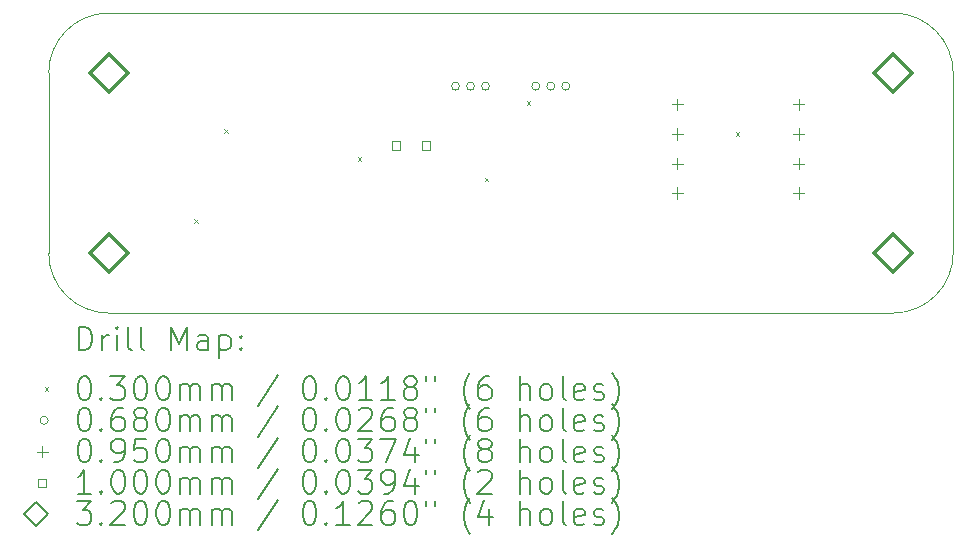
<source format=gbr>
%TF.GenerationSoftware,KiCad,Pcbnew,8.0.1*%
%TF.CreationDate,2024-03-19T19:55:36+01:00*%
%TF.ProjectId,lang1,6c616e67-312e-46b6-9963-61645f706362,rev?*%
%TF.SameCoordinates,Original*%
%TF.FileFunction,Drillmap*%
%TF.FilePolarity,Positive*%
%FSLAX45Y45*%
G04 Gerber Fmt 4.5, Leading zero omitted, Abs format (unit mm)*
G04 Created by KiCad (PCBNEW 8.0.1) date 2024-03-19 19:55:36*
%MOMM*%
%LPD*%
G01*
G04 APERTURE LIST*
%ADD10C,0.100000*%
%ADD11C,0.050000*%
%ADD12C,0.200000*%
%ADD13C,0.320000*%
G04 APERTURE END LIST*
D10*
X16548400Y-7366000D02*
X9906000Y-7366000D01*
X17056400Y-5334000D02*
X17056400Y-6858000D01*
D11*
X9398000Y-5334000D02*
G75*
G02*
X9906000Y-4826000I508000J0D01*
G01*
D10*
X9906000Y-4826000D02*
X16548400Y-4826000D01*
X9398000Y-6858000D02*
X9398000Y-5334000D01*
D11*
X17056400Y-6858000D02*
G75*
G02*
X16548400Y-7366000I-508000J0D01*
G01*
X16548400Y-4826000D02*
G75*
G02*
X17056400Y-5334000I0J-508000D01*
G01*
X9906000Y-7366000D02*
G75*
G02*
X9398000Y-6858000I0J508000D01*
G01*
D12*
D10*
X10629000Y-6571500D02*
X10659000Y-6601500D01*
X10659000Y-6571500D02*
X10629000Y-6601500D01*
X10883000Y-5809500D02*
X10913000Y-5839500D01*
X10913000Y-5809500D02*
X10883000Y-5839500D01*
X12015054Y-6048876D02*
X12045054Y-6078876D01*
X12045054Y-6048876D02*
X12015054Y-6078876D01*
X13089534Y-6221704D02*
X13119534Y-6251704D01*
X13119534Y-6221704D02*
X13089534Y-6251704D01*
X13447000Y-5573000D02*
X13477000Y-5603000D01*
X13477000Y-5573000D02*
X13447000Y-5603000D01*
X15217000Y-5835000D02*
X15247000Y-5865000D01*
X15247000Y-5835000D02*
X15217000Y-5865000D01*
X12876800Y-5445000D02*
G75*
G02*
X12808800Y-5445000I-34000J0D01*
G01*
X12808800Y-5445000D02*
G75*
G02*
X12876800Y-5445000I34000J0D01*
G01*
X13003800Y-5445000D02*
G75*
G02*
X12935800Y-5445000I-34000J0D01*
G01*
X12935800Y-5445000D02*
G75*
G02*
X13003800Y-5445000I34000J0D01*
G01*
X13130800Y-5445000D02*
G75*
G02*
X13062800Y-5445000I-34000J0D01*
G01*
X13062800Y-5445000D02*
G75*
G02*
X13130800Y-5445000I34000J0D01*
G01*
X13556800Y-5445000D02*
G75*
G02*
X13488800Y-5445000I-34000J0D01*
G01*
X13488800Y-5445000D02*
G75*
G02*
X13556800Y-5445000I34000J0D01*
G01*
X13683800Y-5445000D02*
G75*
G02*
X13615800Y-5445000I-34000J0D01*
G01*
X13615800Y-5445000D02*
G75*
G02*
X13683800Y-5445000I34000J0D01*
G01*
X13810800Y-5445000D02*
G75*
G02*
X13742800Y-5445000I-34000J0D01*
G01*
X13742800Y-5445000D02*
G75*
G02*
X13810800Y-5445000I34000J0D01*
G01*
X14720000Y-5552500D02*
X14720000Y-5647500D01*
X14672500Y-5600000D02*
X14767500Y-5600000D01*
X14720000Y-5802500D02*
X14720000Y-5897500D01*
X14672500Y-5850000D02*
X14767500Y-5850000D01*
X14720000Y-6052500D02*
X14720000Y-6147500D01*
X14672500Y-6100000D02*
X14767500Y-6100000D01*
X14720000Y-6302500D02*
X14720000Y-6397500D01*
X14672500Y-6350000D02*
X14767500Y-6350000D01*
X15748000Y-5552500D02*
X15748000Y-5647500D01*
X15700500Y-5600000D02*
X15795500Y-5600000D01*
X15748000Y-5802500D02*
X15748000Y-5897500D01*
X15700500Y-5850000D02*
X15795500Y-5850000D01*
X15748000Y-6052500D02*
X15748000Y-6147500D01*
X15700500Y-6100000D02*
X15795500Y-6100000D01*
X15748000Y-6302500D02*
X15748000Y-6397500D01*
X15700500Y-6350000D02*
X15795500Y-6350000D01*
X12376145Y-5982566D02*
X12376145Y-5911854D01*
X12305434Y-5911854D01*
X12305434Y-5982566D01*
X12376145Y-5982566D01*
X12630145Y-5982566D02*
X12630145Y-5911854D01*
X12559434Y-5911854D01*
X12559434Y-5982566D01*
X12630145Y-5982566D01*
D13*
X9906000Y-5494000D02*
X10066000Y-5334000D01*
X9906000Y-5174000D01*
X9746000Y-5334000D01*
X9906000Y-5494000D01*
X9906000Y-7019000D02*
X10066000Y-6859000D01*
X9906000Y-6699000D01*
X9746000Y-6859000D01*
X9906000Y-7019000D01*
X16548400Y-5494000D02*
X16708400Y-5334000D01*
X16548400Y-5174000D01*
X16388400Y-5334000D01*
X16548400Y-5494000D01*
X16548400Y-7019000D02*
X16708400Y-6859000D01*
X16548400Y-6699000D01*
X16388400Y-6859000D01*
X16548400Y-7019000D01*
D12*
X9653777Y-7682484D02*
X9653777Y-7482484D01*
X9653777Y-7482484D02*
X9701396Y-7482484D01*
X9701396Y-7482484D02*
X9729967Y-7492008D01*
X9729967Y-7492008D02*
X9749015Y-7511055D01*
X9749015Y-7511055D02*
X9758539Y-7530103D01*
X9758539Y-7530103D02*
X9768063Y-7568198D01*
X9768063Y-7568198D02*
X9768063Y-7596769D01*
X9768063Y-7596769D02*
X9758539Y-7634865D01*
X9758539Y-7634865D02*
X9749015Y-7653912D01*
X9749015Y-7653912D02*
X9729967Y-7672960D01*
X9729967Y-7672960D02*
X9701396Y-7682484D01*
X9701396Y-7682484D02*
X9653777Y-7682484D01*
X9853777Y-7682484D02*
X9853777Y-7549150D01*
X9853777Y-7587246D02*
X9863301Y-7568198D01*
X9863301Y-7568198D02*
X9872824Y-7558674D01*
X9872824Y-7558674D02*
X9891872Y-7549150D01*
X9891872Y-7549150D02*
X9910920Y-7549150D01*
X9977586Y-7682484D02*
X9977586Y-7549150D01*
X9977586Y-7482484D02*
X9968063Y-7492008D01*
X9968063Y-7492008D02*
X9977586Y-7501531D01*
X9977586Y-7501531D02*
X9987110Y-7492008D01*
X9987110Y-7492008D02*
X9977586Y-7482484D01*
X9977586Y-7482484D02*
X9977586Y-7501531D01*
X10101396Y-7682484D02*
X10082348Y-7672960D01*
X10082348Y-7672960D02*
X10072824Y-7653912D01*
X10072824Y-7653912D02*
X10072824Y-7482484D01*
X10206158Y-7682484D02*
X10187110Y-7672960D01*
X10187110Y-7672960D02*
X10177586Y-7653912D01*
X10177586Y-7653912D02*
X10177586Y-7482484D01*
X10434729Y-7682484D02*
X10434729Y-7482484D01*
X10434729Y-7482484D02*
X10501396Y-7625341D01*
X10501396Y-7625341D02*
X10568063Y-7482484D01*
X10568063Y-7482484D02*
X10568063Y-7682484D01*
X10749015Y-7682484D02*
X10749015Y-7577722D01*
X10749015Y-7577722D02*
X10739491Y-7558674D01*
X10739491Y-7558674D02*
X10720444Y-7549150D01*
X10720444Y-7549150D02*
X10682348Y-7549150D01*
X10682348Y-7549150D02*
X10663301Y-7558674D01*
X10749015Y-7672960D02*
X10729967Y-7682484D01*
X10729967Y-7682484D02*
X10682348Y-7682484D01*
X10682348Y-7682484D02*
X10663301Y-7672960D01*
X10663301Y-7672960D02*
X10653777Y-7653912D01*
X10653777Y-7653912D02*
X10653777Y-7634865D01*
X10653777Y-7634865D02*
X10663301Y-7615817D01*
X10663301Y-7615817D02*
X10682348Y-7606293D01*
X10682348Y-7606293D02*
X10729967Y-7606293D01*
X10729967Y-7606293D02*
X10749015Y-7596769D01*
X10844253Y-7549150D02*
X10844253Y-7749150D01*
X10844253Y-7558674D02*
X10863301Y-7549150D01*
X10863301Y-7549150D02*
X10901396Y-7549150D01*
X10901396Y-7549150D02*
X10920444Y-7558674D01*
X10920444Y-7558674D02*
X10929967Y-7568198D01*
X10929967Y-7568198D02*
X10939491Y-7587246D01*
X10939491Y-7587246D02*
X10939491Y-7644388D01*
X10939491Y-7644388D02*
X10929967Y-7663436D01*
X10929967Y-7663436D02*
X10920444Y-7672960D01*
X10920444Y-7672960D02*
X10901396Y-7682484D01*
X10901396Y-7682484D02*
X10863301Y-7682484D01*
X10863301Y-7682484D02*
X10844253Y-7672960D01*
X11025205Y-7663436D02*
X11034729Y-7672960D01*
X11034729Y-7672960D02*
X11025205Y-7682484D01*
X11025205Y-7682484D02*
X11015682Y-7672960D01*
X11015682Y-7672960D02*
X11025205Y-7663436D01*
X11025205Y-7663436D02*
X11025205Y-7682484D01*
X11025205Y-7558674D02*
X11034729Y-7568198D01*
X11034729Y-7568198D02*
X11025205Y-7577722D01*
X11025205Y-7577722D02*
X11015682Y-7568198D01*
X11015682Y-7568198D02*
X11025205Y-7558674D01*
X11025205Y-7558674D02*
X11025205Y-7577722D01*
D10*
X9363000Y-7996000D02*
X9393000Y-8026000D01*
X9393000Y-7996000D02*
X9363000Y-8026000D01*
D12*
X9691872Y-7902484D02*
X9710920Y-7902484D01*
X9710920Y-7902484D02*
X9729967Y-7912008D01*
X9729967Y-7912008D02*
X9739491Y-7921531D01*
X9739491Y-7921531D02*
X9749015Y-7940579D01*
X9749015Y-7940579D02*
X9758539Y-7978674D01*
X9758539Y-7978674D02*
X9758539Y-8026293D01*
X9758539Y-8026293D02*
X9749015Y-8064388D01*
X9749015Y-8064388D02*
X9739491Y-8083436D01*
X9739491Y-8083436D02*
X9729967Y-8092960D01*
X9729967Y-8092960D02*
X9710920Y-8102484D01*
X9710920Y-8102484D02*
X9691872Y-8102484D01*
X9691872Y-8102484D02*
X9672824Y-8092960D01*
X9672824Y-8092960D02*
X9663301Y-8083436D01*
X9663301Y-8083436D02*
X9653777Y-8064388D01*
X9653777Y-8064388D02*
X9644253Y-8026293D01*
X9644253Y-8026293D02*
X9644253Y-7978674D01*
X9644253Y-7978674D02*
X9653777Y-7940579D01*
X9653777Y-7940579D02*
X9663301Y-7921531D01*
X9663301Y-7921531D02*
X9672824Y-7912008D01*
X9672824Y-7912008D02*
X9691872Y-7902484D01*
X9844253Y-8083436D02*
X9853777Y-8092960D01*
X9853777Y-8092960D02*
X9844253Y-8102484D01*
X9844253Y-8102484D02*
X9834729Y-8092960D01*
X9834729Y-8092960D02*
X9844253Y-8083436D01*
X9844253Y-8083436D02*
X9844253Y-8102484D01*
X9920444Y-7902484D02*
X10044253Y-7902484D01*
X10044253Y-7902484D02*
X9977586Y-7978674D01*
X9977586Y-7978674D02*
X10006158Y-7978674D01*
X10006158Y-7978674D02*
X10025205Y-7988198D01*
X10025205Y-7988198D02*
X10034729Y-7997722D01*
X10034729Y-7997722D02*
X10044253Y-8016769D01*
X10044253Y-8016769D02*
X10044253Y-8064388D01*
X10044253Y-8064388D02*
X10034729Y-8083436D01*
X10034729Y-8083436D02*
X10025205Y-8092960D01*
X10025205Y-8092960D02*
X10006158Y-8102484D01*
X10006158Y-8102484D02*
X9949015Y-8102484D01*
X9949015Y-8102484D02*
X9929967Y-8092960D01*
X9929967Y-8092960D02*
X9920444Y-8083436D01*
X10168063Y-7902484D02*
X10187110Y-7902484D01*
X10187110Y-7902484D02*
X10206158Y-7912008D01*
X10206158Y-7912008D02*
X10215682Y-7921531D01*
X10215682Y-7921531D02*
X10225205Y-7940579D01*
X10225205Y-7940579D02*
X10234729Y-7978674D01*
X10234729Y-7978674D02*
X10234729Y-8026293D01*
X10234729Y-8026293D02*
X10225205Y-8064388D01*
X10225205Y-8064388D02*
X10215682Y-8083436D01*
X10215682Y-8083436D02*
X10206158Y-8092960D01*
X10206158Y-8092960D02*
X10187110Y-8102484D01*
X10187110Y-8102484D02*
X10168063Y-8102484D01*
X10168063Y-8102484D02*
X10149015Y-8092960D01*
X10149015Y-8092960D02*
X10139491Y-8083436D01*
X10139491Y-8083436D02*
X10129967Y-8064388D01*
X10129967Y-8064388D02*
X10120444Y-8026293D01*
X10120444Y-8026293D02*
X10120444Y-7978674D01*
X10120444Y-7978674D02*
X10129967Y-7940579D01*
X10129967Y-7940579D02*
X10139491Y-7921531D01*
X10139491Y-7921531D02*
X10149015Y-7912008D01*
X10149015Y-7912008D02*
X10168063Y-7902484D01*
X10358539Y-7902484D02*
X10377586Y-7902484D01*
X10377586Y-7902484D02*
X10396634Y-7912008D01*
X10396634Y-7912008D02*
X10406158Y-7921531D01*
X10406158Y-7921531D02*
X10415682Y-7940579D01*
X10415682Y-7940579D02*
X10425205Y-7978674D01*
X10425205Y-7978674D02*
X10425205Y-8026293D01*
X10425205Y-8026293D02*
X10415682Y-8064388D01*
X10415682Y-8064388D02*
X10406158Y-8083436D01*
X10406158Y-8083436D02*
X10396634Y-8092960D01*
X10396634Y-8092960D02*
X10377586Y-8102484D01*
X10377586Y-8102484D02*
X10358539Y-8102484D01*
X10358539Y-8102484D02*
X10339491Y-8092960D01*
X10339491Y-8092960D02*
X10329967Y-8083436D01*
X10329967Y-8083436D02*
X10320444Y-8064388D01*
X10320444Y-8064388D02*
X10310920Y-8026293D01*
X10310920Y-8026293D02*
X10310920Y-7978674D01*
X10310920Y-7978674D02*
X10320444Y-7940579D01*
X10320444Y-7940579D02*
X10329967Y-7921531D01*
X10329967Y-7921531D02*
X10339491Y-7912008D01*
X10339491Y-7912008D02*
X10358539Y-7902484D01*
X10510920Y-8102484D02*
X10510920Y-7969150D01*
X10510920Y-7988198D02*
X10520444Y-7978674D01*
X10520444Y-7978674D02*
X10539491Y-7969150D01*
X10539491Y-7969150D02*
X10568063Y-7969150D01*
X10568063Y-7969150D02*
X10587110Y-7978674D01*
X10587110Y-7978674D02*
X10596634Y-7997722D01*
X10596634Y-7997722D02*
X10596634Y-8102484D01*
X10596634Y-7997722D02*
X10606158Y-7978674D01*
X10606158Y-7978674D02*
X10625205Y-7969150D01*
X10625205Y-7969150D02*
X10653777Y-7969150D01*
X10653777Y-7969150D02*
X10672825Y-7978674D01*
X10672825Y-7978674D02*
X10682348Y-7997722D01*
X10682348Y-7997722D02*
X10682348Y-8102484D01*
X10777586Y-8102484D02*
X10777586Y-7969150D01*
X10777586Y-7988198D02*
X10787110Y-7978674D01*
X10787110Y-7978674D02*
X10806158Y-7969150D01*
X10806158Y-7969150D02*
X10834729Y-7969150D01*
X10834729Y-7969150D02*
X10853777Y-7978674D01*
X10853777Y-7978674D02*
X10863301Y-7997722D01*
X10863301Y-7997722D02*
X10863301Y-8102484D01*
X10863301Y-7997722D02*
X10872825Y-7978674D01*
X10872825Y-7978674D02*
X10891872Y-7969150D01*
X10891872Y-7969150D02*
X10920444Y-7969150D01*
X10920444Y-7969150D02*
X10939491Y-7978674D01*
X10939491Y-7978674D02*
X10949015Y-7997722D01*
X10949015Y-7997722D02*
X10949015Y-8102484D01*
X11339491Y-7892960D02*
X11168063Y-8150103D01*
X11596634Y-7902484D02*
X11615682Y-7902484D01*
X11615682Y-7902484D02*
X11634729Y-7912008D01*
X11634729Y-7912008D02*
X11644253Y-7921531D01*
X11644253Y-7921531D02*
X11653777Y-7940579D01*
X11653777Y-7940579D02*
X11663301Y-7978674D01*
X11663301Y-7978674D02*
X11663301Y-8026293D01*
X11663301Y-8026293D02*
X11653777Y-8064388D01*
X11653777Y-8064388D02*
X11644253Y-8083436D01*
X11644253Y-8083436D02*
X11634729Y-8092960D01*
X11634729Y-8092960D02*
X11615682Y-8102484D01*
X11615682Y-8102484D02*
X11596634Y-8102484D01*
X11596634Y-8102484D02*
X11577586Y-8092960D01*
X11577586Y-8092960D02*
X11568063Y-8083436D01*
X11568063Y-8083436D02*
X11558539Y-8064388D01*
X11558539Y-8064388D02*
X11549015Y-8026293D01*
X11549015Y-8026293D02*
X11549015Y-7978674D01*
X11549015Y-7978674D02*
X11558539Y-7940579D01*
X11558539Y-7940579D02*
X11568063Y-7921531D01*
X11568063Y-7921531D02*
X11577586Y-7912008D01*
X11577586Y-7912008D02*
X11596634Y-7902484D01*
X11749015Y-8083436D02*
X11758539Y-8092960D01*
X11758539Y-8092960D02*
X11749015Y-8102484D01*
X11749015Y-8102484D02*
X11739491Y-8092960D01*
X11739491Y-8092960D02*
X11749015Y-8083436D01*
X11749015Y-8083436D02*
X11749015Y-8102484D01*
X11882348Y-7902484D02*
X11901396Y-7902484D01*
X11901396Y-7902484D02*
X11920444Y-7912008D01*
X11920444Y-7912008D02*
X11929967Y-7921531D01*
X11929967Y-7921531D02*
X11939491Y-7940579D01*
X11939491Y-7940579D02*
X11949015Y-7978674D01*
X11949015Y-7978674D02*
X11949015Y-8026293D01*
X11949015Y-8026293D02*
X11939491Y-8064388D01*
X11939491Y-8064388D02*
X11929967Y-8083436D01*
X11929967Y-8083436D02*
X11920444Y-8092960D01*
X11920444Y-8092960D02*
X11901396Y-8102484D01*
X11901396Y-8102484D02*
X11882348Y-8102484D01*
X11882348Y-8102484D02*
X11863301Y-8092960D01*
X11863301Y-8092960D02*
X11853777Y-8083436D01*
X11853777Y-8083436D02*
X11844253Y-8064388D01*
X11844253Y-8064388D02*
X11834729Y-8026293D01*
X11834729Y-8026293D02*
X11834729Y-7978674D01*
X11834729Y-7978674D02*
X11844253Y-7940579D01*
X11844253Y-7940579D02*
X11853777Y-7921531D01*
X11853777Y-7921531D02*
X11863301Y-7912008D01*
X11863301Y-7912008D02*
X11882348Y-7902484D01*
X12139491Y-8102484D02*
X12025206Y-8102484D01*
X12082348Y-8102484D02*
X12082348Y-7902484D01*
X12082348Y-7902484D02*
X12063301Y-7931055D01*
X12063301Y-7931055D02*
X12044253Y-7950103D01*
X12044253Y-7950103D02*
X12025206Y-7959627D01*
X12329967Y-8102484D02*
X12215682Y-8102484D01*
X12272825Y-8102484D02*
X12272825Y-7902484D01*
X12272825Y-7902484D02*
X12253777Y-7931055D01*
X12253777Y-7931055D02*
X12234729Y-7950103D01*
X12234729Y-7950103D02*
X12215682Y-7959627D01*
X12444253Y-7988198D02*
X12425206Y-7978674D01*
X12425206Y-7978674D02*
X12415682Y-7969150D01*
X12415682Y-7969150D02*
X12406158Y-7950103D01*
X12406158Y-7950103D02*
X12406158Y-7940579D01*
X12406158Y-7940579D02*
X12415682Y-7921531D01*
X12415682Y-7921531D02*
X12425206Y-7912008D01*
X12425206Y-7912008D02*
X12444253Y-7902484D01*
X12444253Y-7902484D02*
X12482348Y-7902484D01*
X12482348Y-7902484D02*
X12501396Y-7912008D01*
X12501396Y-7912008D02*
X12510920Y-7921531D01*
X12510920Y-7921531D02*
X12520444Y-7940579D01*
X12520444Y-7940579D02*
X12520444Y-7950103D01*
X12520444Y-7950103D02*
X12510920Y-7969150D01*
X12510920Y-7969150D02*
X12501396Y-7978674D01*
X12501396Y-7978674D02*
X12482348Y-7988198D01*
X12482348Y-7988198D02*
X12444253Y-7988198D01*
X12444253Y-7988198D02*
X12425206Y-7997722D01*
X12425206Y-7997722D02*
X12415682Y-8007246D01*
X12415682Y-8007246D02*
X12406158Y-8026293D01*
X12406158Y-8026293D02*
X12406158Y-8064388D01*
X12406158Y-8064388D02*
X12415682Y-8083436D01*
X12415682Y-8083436D02*
X12425206Y-8092960D01*
X12425206Y-8092960D02*
X12444253Y-8102484D01*
X12444253Y-8102484D02*
X12482348Y-8102484D01*
X12482348Y-8102484D02*
X12501396Y-8092960D01*
X12501396Y-8092960D02*
X12510920Y-8083436D01*
X12510920Y-8083436D02*
X12520444Y-8064388D01*
X12520444Y-8064388D02*
X12520444Y-8026293D01*
X12520444Y-8026293D02*
X12510920Y-8007246D01*
X12510920Y-8007246D02*
X12501396Y-7997722D01*
X12501396Y-7997722D02*
X12482348Y-7988198D01*
X12596634Y-7902484D02*
X12596634Y-7940579D01*
X12672825Y-7902484D02*
X12672825Y-7940579D01*
X12968063Y-8178674D02*
X12958539Y-8169150D01*
X12958539Y-8169150D02*
X12939491Y-8140579D01*
X12939491Y-8140579D02*
X12929968Y-8121531D01*
X12929968Y-8121531D02*
X12920444Y-8092960D01*
X12920444Y-8092960D02*
X12910920Y-8045341D01*
X12910920Y-8045341D02*
X12910920Y-8007246D01*
X12910920Y-8007246D02*
X12920444Y-7959627D01*
X12920444Y-7959627D02*
X12929968Y-7931055D01*
X12929968Y-7931055D02*
X12939491Y-7912008D01*
X12939491Y-7912008D02*
X12958539Y-7883436D01*
X12958539Y-7883436D02*
X12968063Y-7873912D01*
X13129968Y-7902484D02*
X13091872Y-7902484D01*
X13091872Y-7902484D02*
X13072825Y-7912008D01*
X13072825Y-7912008D02*
X13063301Y-7921531D01*
X13063301Y-7921531D02*
X13044253Y-7950103D01*
X13044253Y-7950103D02*
X13034729Y-7988198D01*
X13034729Y-7988198D02*
X13034729Y-8064388D01*
X13034729Y-8064388D02*
X13044253Y-8083436D01*
X13044253Y-8083436D02*
X13053777Y-8092960D01*
X13053777Y-8092960D02*
X13072825Y-8102484D01*
X13072825Y-8102484D02*
X13110920Y-8102484D01*
X13110920Y-8102484D02*
X13129968Y-8092960D01*
X13129968Y-8092960D02*
X13139491Y-8083436D01*
X13139491Y-8083436D02*
X13149015Y-8064388D01*
X13149015Y-8064388D02*
X13149015Y-8016769D01*
X13149015Y-8016769D02*
X13139491Y-7997722D01*
X13139491Y-7997722D02*
X13129968Y-7988198D01*
X13129968Y-7988198D02*
X13110920Y-7978674D01*
X13110920Y-7978674D02*
X13072825Y-7978674D01*
X13072825Y-7978674D02*
X13053777Y-7988198D01*
X13053777Y-7988198D02*
X13044253Y-7997722D01*
X13044253Y-7997722D02*
X13034729Y-8016769D01*
X13387110Y-8102484D02*
X13387110Y-7902484D01*
X13472825Y-8102484D02*
X13472825Y-7997722D01*
X13472825Y-7997722D02*
X13463301Y-7978674D01*
X13463301Y-7978674D02*
X13444253Y-7969150D01*
X13444253Y-7969150D02*
X13415682Y-7969150D01*
X13415682Y-7969150D02*
X13396634Y-7978674D01*
X13396634Y-7978674D02*
X13387110Y-7988198D01*
X13596634Y-8102484D02*
X13577587Y-8092960D01*
X13577587Y-8092960D02*
X13568063Y-8083436D01*
X13568063Y-8083436D02*
X13558539Y-8064388D01*
X13558539Y-8064388D02*
X13558539Y-8007246D01*
X13558539Y-8007246D02*
X13568063Y-7988198D01*
X13568063Y-7988198D02*
X13577587Y-7978674D01*
X13577587Y-7978674D02*
X13596634Y-7969150D01*
X13596634Y-7969150D02*
X13625206Y-7969150D01*
X13625206Y-7969150D02*
X13644253Y-7978674D01*
X13644253Y-7978674D02*
X13653777Y-7988198D01*
X13653777Y-7988198D02*
X13663301Y-8007246D01*
X13663301Y-8007246D02*
X13663301Y-8064388D01*
X13663301Y-8064388D02*
X13653777Y-8083436D01*
X13653777Y-8083436D02*
X13644253Y-8092960D01*
X13644253Y-8092960D02*
X13625206Y-8102484D01*
X13625206Y-8102484D02*
X13596634Y-8102484D01*
X13777587Y-8102484D02*
X13758539Y-8092960D01*
X13758539Y-8092960D02*
X13749015Y-8073912D01*
X13749015Y-8073912D02*
X13749015Y-7902484D01*
X13929968Y-8092960D02*
X13910920Y-8102484D01*
X13910920Y-8102484D02*
X13872825Y-8102484D01*
X13872825Y-8102484D02*
X13853777Y-8092960D01*
X13853777Y-8092960D02*
X13844253Y-8073912D01*
X13844253Y-8073912D02*
X13844253Y-7997722D01*
X13844253Y-7997722D02*
X13853777Y-7978674D01*
X13853777Y-7978674D02*
X13872825Y-7969150D01*
X13872825Y-7969150D02*
X13910920Y-7969150D01*
X13910920Y-7969150D02*
X13929968Y-7978674D01*
X13929968Y-7978674D02*
X13939491Y-7997722D01*
X13939491Y-7997722D02*
X13939491Y-8016769D01*
X13939491Y-8016769D02*
X13844253Y-8035817D01*
X14015682Y-8092960D02*
X14034730Y-8102484D01*
X14034730Y-8102484D02*
X14072825Y-8102484D01*
X14072825Y-8102484D02*
X14091872Y-8092960D01*
X14091872Y-8092960D02*
X14101396Y-8073912D01*
X14101396Y-8073912D02*
X14101396Y-8064388D01*
X14101396Y-8064388D02*
X14091872Y-8045341D01*
X14091872Y-8045341D02*
X14072825Y-8035817D01*
X14072825Y-8035817D02*
X14044253Y-8035817D01*
X14044253Y-8035817D02*
X14025206Y-8026293D01*
X14025206Y-8026293D02*
X14015682Y-8007246D01*
X14015682Y-8007246D02*
X14015682Y-7997722D01*
X14015682Y-7997722D02*
X14025206Y-7978674D01*
X14025206Y-7978674D02*
X14044253Y-7969150D01*
X14044253Y-7969150D02*
X14072825Y-7969150D01*
X14072825Y-7969150D02*
X14091872Y-7978674D01*
X14168063Y-8178674D02*
X14177587Y-8169150D01*
X14177587Y-8169150D02*
X14196634Y-8140579D01*
X14196634Y-8140579D02*
X14206158Y-8121531D01*
X14206158Y-8121531D02*
X14215682Y-8092960D01*
X14215682Y-8092960D02*
X14225206Y-8045341D01*
X14225206Y-8045341D02*
X14225206Y-8007246D01*
X14225206Y-8007246D02*
X14215682Y-7959627D01*
X14215682Y-7959627D02*
X14206158Y-7931055D01*
X14206158Y-7931055D02*
X14196634Y-7912008D01*
X14196634Y-7912008D02*
X14177587Y-7883436D01*
X14177587Y-7883436D02*
X14168063Y-7873912D01*
D10*
X9393000Y-8275000D02*
G75*
G02*
X9325000Y-8275000I-34000J0D01*
G01*
X9325000Y-8275000D02*
G75*
G02*
X9393000Y-8275000I34000J0D01*
G01*
D12*
X9691872Y-8166484D02*
X9710920Y-8166484D01*
X9710920Y-8166484D02*
X9729967Y-8176008D01*
X9729967Y-8176008D02*
X9739491Y-8185531D01*
X9739491Y-8185531D02*
X9749015Y-8204579D01*
X9749015Y-8204579D02*
X9758539Y-8242674D01*
X9758539Y-8242674D02*
X9758539Y-8290293D01*
X9758539Y-8290293D02*
X9749015Y-8328388D01*
X9749015Y-8328388D02*
X9739491Y-8347436D01*
X9739491Y-8347436D02*
X9729967Y-8356960D01*
X9729967Y-8356960D02*
X9710920Y-8366484D01*
X9710920Y-8366484D02*
X9691872Y-8366484D01*
X9691872Y-8366484D02*
X9672824Y-8356960D01*
X9672824Y-8356960D02*
X9663301Y-8347436D01*
X9663301Y-8347436D02*
X9653777Y-8328388D01*
X9653777Y-8328388D02*
X9644253Y-8290293D01*
X9644253Y-8290293D02*
X9644253Y-8242674D01*
X9644253Y-8242674D02*
X9653777Y-8204579D01*
X9653777Y-8204579D02*
X9663301Y-8185531D01*
X9663301Y-8185531D02*
X9672824Y-8176008D01*
X9672824Y-8176008D02*
X9691872Y-8166484D01*
X9844253Y-8347436D02*
X9853777Y-8356960D01*
X9853777Y-8356960D02*
X9844253Y-8366484D01*
X9844253Y-8366484D02*
X9834729Y-8356960D01*
X9834729Y-8356960D02*
X9844253Y-8347436D01*
X9844253Y-8347436D02*
X9844253Y-8366484D01*
X10025205Y-8166484D02*
X9987110Y-8166484D01*
X9987110Y-8166484D02*
X9968063Y-8176008D01*
X9968063Y-8176008D02*
X9958539Y-8185531D01*
X9958539Y-8185531D02*
X9939491Y-8214103D01*
X9939491Y-8214103D02*
X9929967Y-8252198D01*
X9929967Y-8252198D02*
X9929967Y-8328388D01*
X9929967Y-8328388D02*
X9939491Y-8347436D01*
X9939491Y-8347436D02*
X9949015Y-8356960D01*
X9949015Y-8356960D02*
X9968063Y-8366484D01*
X9968063Y-8366484D02*
X10006158Y-8366484D01*
X10006158Y-8366484D02*
X10025205Y-8356960D01*
X10025205Y-8356960D02*
X10034729Y-8347436D01*
X10034729Y-8347436D02*
X10044253Y-8328388D01*
X10044253Y-8328388D02*
X10044253Y-8280769D01*
X10044253Y-8280769D02*
X10034729Y-8261722D01*
X10034729Y-8261722D02*
X10025205Y-8252198D01*
X10025205Y-8252198D02*
X10006158Y-8242674D01*
X10006158Y-8242674D02*
X9968063Y-8242674D01*
X9968063Y-8242674D02*
X9949015Y-8252198D01*
X9949015Y-8252198D02*
X9939491Y-8261722D01*
X9939491Y-8261722D02*
X9929967Y-8280769D01*
X10158539Y-8252198D02*
X10139491Y-8242674D01*
X10139491Y-8242674D02*
X10129967Y-8233150D01*
X10129967Y-8233150D02*
X10120444Y-8214103D01*
X10120444Y-8214103D02*
X10120444Y-8204579D01*
X10120444Y-8204579D02*
X10129967Y-8185531D01*
X10129967Y-8185531D02*
X10139491Y-8176008D01*
X10139491Y-8176008D02*
X10158539Y-8166484D01*
X10158539Y-8166484D02*
X10196634Y-8166484D01*
X10196634Y-8166484D02*
X10215682Y-8176008D01*
X10215682Y-8176008D02*
X10225205Y-8185531D01*
X10225205Y-8185531D02*
X10234729Y-8204579D01*
X10234729Y-8204579D02*
X10234729Y-8214103D01*
X10234729Y-8214103D02*
X10225205Y-8233150D01*
X10225205Y-8233150D02*
X10215682Y-8242674D01*
X10215682Y-8242674D02*
X10196634Y-8252198D01*
X10196634Y-8252198D02*
X10158539Y-8252198D01*
X10158539Y-8252198D02*
X10139491Y-8261722D01*
X10139491Y-8261722D02*
X10129967Y-8271246D01*
X10129967Y-8271246D02*
X10120444Y-8290293D01*
X10120444Y-8290293D02*
X10120444Y-8328388D01*
X10120444Y-8328388D02*
X10129967Y-8347436D01*
X10129967Y-8347436D02*
X10139491Y-8356960D01*
X10139491Y-8356960D02*
X10158539Y-8366484D01*
X10158539Y-8366484D02*
X10196634Y-8366484D01*
X10196634Y-8366484D02*
X10215682Y-8356960D01*
X10215682Y-8356960D02*
X10225205Y-8347436D01*
X10225205Y-8347436D02*
X10234729Y-8328388D01*
X10234729Y-8328388D02*
X10234729Y-8290293D01*
X10234729Y-8290293D02*
X10225205Y-8271246D01*
X10225205Y-8271246D02*
X10215682Y-8261722D01*
X10215682Y-8261722D02*
X10196634Y-8252198D01*
X10358539Y-8166484D02*
X10377586Y-8166484D01*
X10377586Y-8166484D02*
X10396634Y-8176008D01*
X10396634Y-8176008D02*
X10406158Y-8185531D01*
X10406158Y-8185531D02*
X10415682Y-8204579D01*
X10415682Y-8204579D02*
X10425205Y-8242674D01*
X10425205Y-8242674D02*
X10425205Y-8290293D01*
X10425205Y-8290293D02*
X10415682Y-8328388D01*
X10415682Y-8328388D02*
X10406158Y-8347436D01*
X10406158Y-8347436D02*
X10396634Y-8356960D01*
X10396634Y-8356960D02*
X10377586Y-8366484D01*
X10377586Y-8366484D02*
X10358539Y-8366484D01*
X10358539Y-8366484D02*
X10339491Y-8356960D01*
X10339491Y-8356960D02*
X10329967Y-8347436D01*
X10329967Y-8347436D02*
X10320444Y-8328388D01*
X10320444Y-8328388D02*
X10310920Y-8290293D01*
X10310920Y-8290293D02*
X10310920Y-8242674D01*
X10310920Y-8242674D02*
X10320444Y-8204579D01*
X10320444Y-8204579D02*
X10329967Y-8185531D01*
X10329967Y-8185531D02*
X10339491Y-8176008D01*
X10339491Y-8176008D02*
X10358539Y-8166484D01*
X10510920Y-8366484D02*
X10510920Y-8233150D01*
X10510920Y-8252198D02*
X10520444Y-8242674D01*
X10520444Y-8242674D02*
X10539491Y-8233150D01*
X10539491Y-8233150D02*
X10568063Y-8233150D01*
X10568063Y-8233150D02*
X10587110Y-8242674D01*
X10587110Y-8242674D02*
X10596634Y-8261722D01*
X10596634Y-8261722D02*
X10596634Y-8366484D01*
X10596634Y-8261722D02*
X10606158Y-8242674D01*
X10606158Y-8242674D02*
X10625205Y-8233150D01*
X10625205Y-8233150D02*
X10653777Y-8233150D01*
X10653777Y-8233150D02*
X10672825Y-8242674D01*
X10672825Y-8242674D02*
X10682348Y-8261722D01*
X10682348Y-8261722D02*
X10682348Y-8366484D01*
X10777586Y-8366484D02*
X10777586Y-8233150D01*
X10777586Y-8252198D02*
X10787110Y-8242674D01*
X10787110Y-8242674D02*
X10806158Y-8233150D01*
X10806158Y-8233150D02*
X10834729Y-8233150D01*
X10834729Y-8233150D02*
X10853777Y-8242674D01*
X10853777Y-8242674D02*
X10863301Y-8261722D01*
X10863301Y-8261722D02*
X10863301Y-8366484D01*
X10863301Y-8261722D02*
X10872825Y-8242674D01*
X10872825Y-8242674D02*
X10891872Y-8233150D01*
X10891872Y-8233150D02*
X10920444Y-8233150D01*
X10920444Y-8233150D02*
X10939491Y-8242674D01*
X10939491Y-8242674D02*
X10949015Y-8261722D01*
X10949015Y-8261722D02*
X10949015Y-8366484D01*
X11339491Y-8156960D02*
X11168063Y-8414103D01*
X11596634Y-8166484D02*
X11615682Y-8166484D01*
X11615682Y-8166484D02*
X11634729Y-8176008D01*
X11634729Y-8176008D02*
X11644253Y-8185531D01*
X11644253Y-8185531D02*
X11653777Y-8204579D01*
X11653777Y-8204579D02*
X11663301Y-8242674D01*
X11663301Y-8242674D02*
X11663301Y-8290293D01*
X11663301Y-8290293D02*
X11653777Y-8328388D01*
X11653777Y-8328388D02*
X11644253Y-8347436D01*
X11644253Y-8347436D02*
X11634729Y-8356960D01*
X11634729Y-8356960D02*
X11615682Y-8366484D01*
X11615682Y-8366484D02*
X11596634Y-8366484D01*
X11596634Y-8366484D02*
X11577586Y-8356960D01*
X11577586Y-8356960D02*
X11568063Y-8347436D01*
X11568063Y-8347436D02*
X11558539Y-8328388D01*
X11558539Y-8328388D02*
X11549015Y-8290293D01*
X11549015Y-8290293D02*
X11549015Y-8242674D01*
X11549015Y-8242674D02*
X11558539Y-8204579D01*
X11558539Y-8204579D02*
X11568063Y-8185531D01*
X11568063Y-8185531D02*
X11577586Y-8176008D01*
X11577586Y-8176008D02*
X11596634Y-8166484D01*
X11749015Y-8347436D02*
X11758539Y-8356960D01*
X11758539Y-8356960D02*
X11749015Y-8366484D01*
X11749015Y-8366484D02*
X11739491Y-8356960D01*
X11739491Y-8356960D02*
X11749015Y-8347436D01*
X11749015Y-8347436D02*
X11749015Y-8366484D01*
X11882348Y-8166484D02*
X11901396Y-8166484D01*
X11901396Y-8166484D02*
X11920444Y-8176008D01*
X11920444Y-8176008D02*
X11929967Y-8185531D01*
X11929967Y-8185531D02*
X11939491Y-8204579D01*
X11939491Y-8204579D02*
X11949015Y-8242674D01*
X11949015Y-8242674D02*
X11949015Y-8290293D01*
X11949015Y-8290293D02*
X11939491Y-8328388D01*
X11939491Y-8328388D02*
X11929967Y-8347436D01*
X11929967Y-8347436D02*
X11920444Y-8356960D01*
X11920444Y-8356960D02*
X11901396Y-8366484D01*
X11901396Y-8366484D02*
X11882348Y-8366484D01*
X11882348Y-8366484D02*
X11863301Y-8356960D01*
X11863301Y-8356960D02*
X11853777Y-8347436D01*
X11853777Y-8347436D02*
X11844253Y-8328388D01*
X11844253Y-8328388D02*
X11834729Y-8290293D01*
X11834729Y-8290293D02*
X11834729Y-8242674D01*
X11834729Y-8242674D02*
X11844253Y-8204579D01*
X11844253Y-8204579D02*
X11853777Y-8185531D01*
X11853777Y-8185531D02*
X11863301Y-8176008D01*
X11863301Y-8176008D02*
X11882348Y-8166484D01*
X12025206Y-8185531D02*
X12034729Y-8176008D01*
X12034729Y-8176008D02*
X12053777Y-8166484D01*
X12053777Y-8166484D02*
X12101396Y-8166484D01*
X12101396Y-8166484D02*
X12120444Y-8176008D01*
X12120444Y-8176008D02*
X12129967Y-8185531D01*
X12129967Y-8185531D02*
X12139491Y-8204579D01*
X12139491Y-8204579D02*
X12139491Y-8223627D01*
X12139491Y-8223627D02*
X12129967Y-8252198D01*
X12129967Y-8252198D02*
X12015682Y-8366484D01*
X12015682Y-8366484D02*
X12139491Y-8366484D01*
X12310920Y-8166484D02*
X12272825Y-8166484D01*
X12272825Y-8166484D02*
X12253777Y-8176008D01*
X12253777Y-8176008D02*
X12244253Y-8185531D01*
X12244253Y-8185531D02*
X12225206Y-8214103D01*
X12225206Y-8214103D02*
X12215682Y-8252198D01*
X12215682Y-8252198D02*
X12215682Y-8328388D01*
X12215682Y-8328388D02*
X12225206Y-8347436D01*
X12225206Y-8347436D02*
X12234729Y-8356960D01*
X12234729Y-8356960D02*
X12253777Y-8366484D01*
X12253777Y-8366484D02*
X12291872Y-8366484D01*
X12291872Y-8366484D02*
X12310920Y-8356960D01*
X12310920Y-8356960D02*
X12320444Y-8347436D01*
X12320444Y-8347436D02*
X12329967Y-8328388D01*
X12329967Y-8328388D02*
X12329967Y-8280769D01*
X12329967Y-8280769D02*
X12320444Y-8261722D01*
X12320444Y-8261722D02*
X12310920Y-8252198D01*
X12310920Y-8252198D02*
X12291872Y-8242674D01*
X12291872Y-8242674D02*
X12253777Y-8242674D01*
X12253777Y-8242674D02*
X12234729Y-8252198D01*
X12234729Y-8252198D02*
X12225206Y-8261722D01*
X12225206Y-8261722D02*
X12215682Y-8280769D01*
X12444253Y-8252198D02*
X12425206Y-8242674D01*
X12425206Y-8242674D02*
X12415682Y-8233150D01*
X12415682Y-8233150D02*
X12406158Y-8214103D01*
X12406158Y-8214103D02*
X12406158Y-8204579D01*
X12406158Y-8204579D02*
X12415682Y-8185531D01*
X12415682Y-8185531D02*
X12425206Y-8176008D01*
X12425206Y-8176008D02*
X12444253Y-8166484D01*
X12444253Y-8166484D02*
X12482348Y-8166484D01*
X12482348Y-8166484D02*
X12501396Y-8176008D01*
X12501396Y-8176008D02*
X12510920Y-8185531D01*
X12510920Y-8185531D02*
X12520444Y-8204579D01*
X12520444Y-8204579D02*
X12520444Y-8214103D01*
X12520444Y-8214103D02*
X12510920Y-8233150D01*
X12510920Y-8233150D02*
X12501396Y-8242674D01*
X12501396Y-8242674D02*
X12482348Y-8252198D01*
X12482348Y-8252198D02*
X12444253Y-8252198D01*
X12444253Y-8252198D02*
X12425206Y-8261722D01*
X12425206Y-8261722D02*
X12415682Y-8271246D01*
X12415682Y-8271246D02*
X12406158Y-8290293D01*
X12406158Y-8290293D02*
X12406158Y-8328388D01*
X12406158Y-8328388D02*
X12415682Y-8347436D01*
X12415682Y-8347436D02*
X12425206Y-8356960D01*
X12425206Y-8356960D02*
X12444253Y-8366484D01*
X12444253Y-8366484D02*
X12482348Y-8366484D01*
X12482348Y-8366484D02*
X12501396Y-8356960D01*
X12501396Y-8356960D02*
X12510920Y-8347436D01*
X12510920Y-8347436D02*
X12520444Y-8328388D01*
X12520444Y-8328388D02*
X12520444Y-8290293D01*
X12520444Y-8290293D02*
X12510920Y-8271246D01*
X12510920Y-8271246D02*
X12501396Y-8261722D01*
X12501396Y-8261722D02*
X12482348Y-8252198D01*
X12596634Y-8166484D02*
X12596634Y-8204579D01*
X12672825Y-8166484D02*
X12672825Y-8204579D01*
X12968063Y-8442674D02*
X12958539Y-8433150D01*
X12958539Y-8433150D02*
X12939491Y-8404579D01*
X12939491Y-8404579D02*
X12929968Y-8385531D01*
X12929968Y-8385531D02*
X12920444Y-8356960D01*
X12920444Y-8356960D02*
X12910920Y-8309341D01*
X12910920Y-8309341D02*
X12910920Y-8271246D01*
X12910920Y-8271246D02*
X12920444Y-8223627D01*
X12920444Y-8223627D02*
X12929968Y-8195055D01*
X12929968Y-8195055D02*
X12939491Y-8176008D01*
X12939491Y-8176008D02*
X12958539Y-8147436D01*
X12958539Y-8147436D02*
X12968063Y-8137912D01*
X13129968Y-8166484D02*
X13091872Y-8166484D01*
X13091872Y-8166484D02*
X13072825Y-8176008D01*
X13072825Y-8176008D02*
X13063301Y-8185531D01*
X13063301Y-8185531D02*
X13044253Y-8214103D01*
X13044253Y-8214103D02*
X13034729Y-8252198D01*
X13034729Y-8252198D02*
X13034729Y-8328388D01*
X13034729Y-8328388D02*
X13044253Y-8347436D01*
X13044253Y-8347436D02*
X13053777Y-8356960D01*
X13053777Y-8356960D02*
X13072825Y-8366484D01*
X13072825Y-8366484D02*
X13110920Y-8366484D01*
X13110920Y-8366484D02*
X13129968Y-8356960D01*
X13129968Y-8356960D02*
X13139491Y-8347436D01*
X13139491Y-8347436D02*
X13149015Y-8328388D01*
X13149015Y-8328388D02*
X13149015Y-8280769D01*
X13149015Y-8280769D02*
X13139491Y-8261722D01*
X13139491Y-8261722D02*
X13129968Y-8252198D01*
X13129968Y-8252198D02*
X13110920Y-8242674D01*
X13110920Y-8242674D02*
X13072825Y-8242674D01*
X13072825Y-8242674D02*
X13053777Y-8252198D01*
X13053777Y-8252198D02*
X13044253Y-8261722D01*
X13044253Y-8261722D02*
X13034729Y-8280769D01*
X13387110Y-8366484D02*
X13387110Y-8166484D01*
X13472825Y-8366484D02*
X13472825Y-8261722D01*
X13472825Y-8261722D02*
X13463301Y-8242674D01*
X13463301Y-8242674D02*
X13444253Y-8233150D01*
X13444253Y-8233150D02*
X13415682Y-8233150D01*
X13415682Y-8233150D02*
X13396634Y-8242674D01*
X13396634Y-8242674D02*
X13387110Y-8252198D01*
X13596634Y-8366484D02*
X13577587Y-8356960D01*
X13577587Y-8356960D02*
X13568063Y-8347436D01*
X13568063Y-8347436D02*
X13558539Y-8328388D01*
X13558539Y-8328388D02*
X13558539Y-8271246D01*
X13558539Y-8271246D02*
X13568063Y-8252198D01*
X13568063Y-8252198D02*
X13577587Y-8242674D01*
X13577587Y-8242674D02*
X13596634Y-8233150D01*
X13596634Y-8233150D02*
X13625206Y-8233150D01*
X13625206Y-8233150D02*
X13644253Y-8242674D01*
X13644253Y-8242674D02*
X13653777Y-8252198D01*
X13653777Y-8252198D02*
X13663301Y-8271246D01*
X13663301Y-8271246D02*
X13663301Y-8328388D01*
X13663301Y-8328388D02*
X13653777Y-8347436D01*
X13653777Y-8347436D02*
X13644253Y-8356960D01*
X13644253Y-8356960D02*
X13625206Y-8366484D01*
X13625206Y-8366484D02*
X13596634Y-8366484D01*
X13777587Y-8366484D02*
X13758539Y-8356960D01*
X13758539Y-8356960D02*
X13749015Y-8337912D01*
X13749015Y-8337912D02*
X13749015Y-8166484D01*
X13929968Y-8356960D02*
X13910920Y-8366484D01*
X13910920Y-8366484D02*
X13872825Y-8366484D01*
X13872825Y-8366484D02*
X13853777Y-8356960D01*
X13853777Y-8356960D02*
X13844253Y-8337912D01*
X13844253Y-8337912D02*
X13844253Y-8261722D01*
X13844253Y-8261722D02*
X13853777Y-8242674D01*
X13853777Y-8242674D02*
X13872825Y-8233150D01*
X13872825Y-8233150D02*
X13910920Y-8233150D01*
X13910920Y-8233150D02*
X13929968Y-8242674D01*
X13929968Y-8242674D02*
X13939491Y-8261722D01*
X13939491Y-8261722D02*
X13939491Y-8280769D01*
X13939491Y-8280769D02*
X13844253Y-8299817D01*
X14015682Y-8356960D02*
X14034730Y-8366484D01*
X14034730Y-8366484D02*
X14072825Y-8366484D01*
X14072825Y-8366484D02*
X14091872Y-8356960D01*
X14091872Y-8356960D02*
X14101396Y-8337912D01*
X14101396Y-8337912D02*
X14101396Y-8328388D01*
X14101396Y-8328388D02*
X14091872Y-8309341D01*
X14091872Y-8309341D02*
X14072825Y-8299817D01*
X14072825Y-8299817D02*
X14044253Y-8299817D01*
X14044253Y-8299817D02*
X14025206Y-8290293D01*
X14025206Y-8290293D02*
X14015682Y-8271246D01*
X14015682Y-8271246D02*
X14015682Y-8261722D01*
X14015682Y-8261722D02*
X14025206Y-8242674D01*
X14025206Y-8242674D02*
X14044253Y-8233150D01*
X14044253Y-8233150D02*
X14072825Y-8233150D01*
X14072825Y-8233150D02*
X14091872Y-8242674D01*
X14168063Y-8442674D02*
X14177587Y-8433150D01*
X14177587Y-8433150D02*
X14196634Y-8404579D01*
X14196634Y-8404579D02*
X14206158Y-8385531D01*
X14206158Y-8385531D02*
X14215682Y-8356960D01*
X14215682Y-8356960D02*
X14225206Y-8309341D01*
X14225206Y-8309341D02*
X14225206Y-8271246D01*
X14225206Y-8271246D02*
X14215682Y-8223627D01*
X14215682Y-8223627D02*
X14206158Y-8195055D01*
X14206158Y-8195055D02*
X14196634Y-8176008D01*
X14196634Y-8176008D02*
X14177587Y-8147436D01*
X14177587Y-8147436D02*
X14168063Y-8137912D01*
D10*
X9345500Y-8491500D02*
X9345500Y-8586500D01*
X9298000Y-8539000D02*
X9393000Y-8539000D01*
D12*
X9691872Y-8430484D02*
X9710920Y-8430484D01*
X9710920Y-8430484D02*
X9729967Y-8440008D01*
X9729967Y-8440008D02*
X9739491Y-8449531D01*
X9739491Y-8449531D02*
X9749015Y-8468579D01*
X9749015Y-8468579D02*
X9758539Y-8506674D01*
X9758539Y-8506674D02*
X9758539Y-8554293D01*
X9758539Y-8554293D02*
X9749015Y-8592389D01*
X9749015Y-8592389D02*
X9739491Y-8611436D01*
X9739491Y-8611436D02*
X9729967Y-8620960D01*
X9729967Y-8620960D02*
X9710920Y-8630484D01*
X9710920Y-8630484D02*
X9691872Y-8630484D01*
X9691872Y-8630484D02*
X9672824Y-8620960D01*
X9672824Y-8620960D02*
X9663301Y-8611436D01*
X9663301Y-8611436D02*
X9653777Y-8592389D01*
X9653777Y-8592389D02*
X9644253Y-8554293D01*
X9644253Y-8554293D02*
X9644253Y-8506674D01*
X9644253Y-8506674D02*
X9653777Y-8468579D01*
X9653777Y-8468579D02*
X9663301Y-8449531D01*
X9663301Y-8449531D02*
X9672824Y-8440008D01*
X9672824Y-8440008D02*
X9691872Y-8430484D01*
X9844253Y-8611436D02*
X9853777Y-8620960D01*
X9853777Y-8620960D02*
X9844253Y-8630484D01*
X9844253Y-8630484D02*
X9834729Y-8620960D01*
X9834729Y-8620960D02*
X9844253Y-8611436D01*
X9844253Y-8611436D02*
X9844253Y-8630484D01*
X9949015Y-8630484D02*
X9987110Y-8630484D01*
X9987110Y-8630484D02*
X10006158Y-8620960D01*
X10006158Y-8620960D02*
X10015682Y-8611436D01*
X10015682Y-8611436D02*
X10034729Y-8582865D01*
X10034729Y-8582865D02*
X10044253Y-8544770D01*
X10044253Y-8544770D02*
X10044253Y-8468579D01*
X10044253Y-8468579D02*
X10034729Y-8449531D01*
X10034729Y-8449531D02*
X10025205Y-8440008D01*
X10025205Y-8440008D02*
X10006158Y-8430484D01*
X10006158Y-8430484D02*
X9968063Y-8430484D01*
X9968063Y-8430484D02*
X9949015Y-8440008D01*
X9949015Y-8440008D02*
X9939491Y-8449531D01*
X9939491Y-8449531D02*
X9929967Y-8468579D01*
X9929967Y-8468579D02*
X9929967Y-8516198D01*
X9929967Y-8516198D02*
X9939491Y-8535246D01*
X9939491Y-8535246D02*
X9949015Y-8544770D01*
X9949015Y-8544770D02*
X9968063Y-8554293D01*
X9968063Y-8554293D02*
X10006158Y-8554293D01*
X10006158Y-8554293D02*
X10025205Y-8544770D01*
X10025205Y-8544770D02*
X10034729Y-8535246D01*
X10034729Y-8535246D02*
X10044253Y-8516198D01*
X10225205Y-8430484D02*
X10129967Y-8430484D01*
X10129967Y-8430484D02*
X10120444Y-8525722D01*
X10120444Y-8525722D02*
X10129967Y-8516198D01*
X10129967Y-8516198D02*
X10149015Y-8506674D01*
X10149015Y-8506674D02*
X10196634Y-8506674D01*
X10196634Y-8506674D02*
X10215682Y-8516198D01*
X10215682Y-8516198D02*
X10225205Y-8525722D01*
X10225205Y-8525722D02*
X10234729Y-8544770D01*
X10234729Y-8544770D02*
X10234729Y-8592389D01*
X10234729Y-8592389D02*
X10225205Y-8611436D01*
X10225205Y-8611436D02*
X10215682Y-8620960D01*
X10215682Y-8620960D02*
X10196634Y-8630484D01*
X10196634Y-8630484D02*
X10149015Y-8630484D01*
X10149015Y-8630484D02*
X10129967Y-8620960D01*
X10129967Y-8620960D02*
X10120444Y-8611436D01*
X10358539Y-8430484D02*
X10377586Y-8430484D01*
X10377586Y-8430484D02*
X10396634Y-8440008D01*
X10396634Y-8440008D02*
X10406158Y-8449531D01*
X10406158Y-8449531D02*
X10415682Y-8468579D01*
X10415682Y-8468579D02*
X10425205Y-8506674D01*
X10425205Y-8506674D02*
X10425205Y-8554293D01*
X10425205Y-8554293D02*
X10415682Y-8592389D01*
X10415682Y-8592389D02*
X10406158Y-8611436D01*
X10406158Y-8611436D02*
X10396634Y-8620960D01*
X10396634Y-8620960D02*
X10377586Y-8630484D01*
X10377586Y-8630484D02*
X10358539Y-8630484D01*
X10358539Y-8630484D02*
X10339491Y-8620960D01*
X10339491Y-8620960D02*
X10329967Y-8611436D01*
X10329967Y-8611436D02*
X10320444Y-8592389D01*
X10320444Y-8592389D02*
X10310920Y-8554293D01*
X10310920Y-8554293D02*
X10310920Y-8506674D01*
X10310920Y-8506674D02*
X10320444Y-8468579D01*
X10320444Y-8468579D02*
X10329967Y-8449531D01*
X10329967Y-8449531D02*
X10339491Y-8440008D01*
X10339491Y-8440008D02*
X10358539Y-8430484D01*
X10510920Y-8630484D02*
X10510920Y-8497150D01*
X10510920Y-8516198D02*
X10520444Y-8506674D01*
X10520444Y-8506674D02*
X10539491Y-8497150D01*
X10539491Y-8497150D02*
X10568063Y-8497150D01*
X10568063Y-8497150D02*
X10587110Y-8506674D01*
X10587110Y-8506674D02*
X10596634Y-8525722D01*
X10596634Y-8525722D02*
X10596634Y-8630484D01*
X10596634Y-8525722D02*
X10606158Y-8506674D01*
X10606158Y-8506674D02*
X10625205Y-8497150D01*
X10625205Y-8497150D02*
X10653777Y-8497150D01*
X10653777Y-8497150D02*
X10672825Y-8506674D01*
X10672825Y-8506674D02*
X10682348Y-8525722D01*
X10682348Y-8525722D02*
X10682348Y-8630484D01*
X10777586Y-8630484D02*
X10777586Y-8497150D01*
X10777586Y-8516198D02*
X10787110Y-8506674D01*
X10787110Y-8506674D02*
X10806158Y-8497150D01*
X10806158Y-8497150D02*
X10834729Y-8497150D01*
X10834729Y-8497150D02*
X10853777Y-8506674D01*
X10853777Y-8506674D02*
X10863301Y-8525722D01*
X10863301Y-8525722D02*
X10863301Y-8630484D01*
X10863301Y-8525722D02*
X10872825Y-8506674D01*
X10872825Y-8506674D02*
X10891872Y-8497150D01*
X10891872Y-8497150D02*
X10920444Y-8497150D01*
X10920444Y-8497150D02*
X10939491Y-8506674D01*
X10939491Y-8506674D02*
X10949015Y-8525722D01*
X10949015Y-8525722D02*
X10949015Y-8630484D01*
X11339491Y-8420960D02*
X11168063Y-8678103D01*
X11596634Y-8430484D02*
X11615682Y-8430484D01*
X11615682Y-8430484D02*
X11634729Y-8440008D01*
X11634729Y-8440008D02*
X11644253Y-8449531D01*
X11644253Y-8449531D02*
X11653777Y-8468579D01*
X11653777Y-8468579D02*
X11663301Y-8506674D01*
X11663301Y-8506674D02*
X11663301Y-8554293D01*
X11663301Y-8554293D02*
X11653777Y-8592389D01*
X11653777Y-8592389D02*
X11644253Y-8611436D01*
X11644253Y-8611436D02*
X11634729Y-8620960D01*
X11634729Y-8620960D02*
X11615682Y-8630484D01*
X11615682Y-8630484D02*
X11596634Y-8630484D01*
X11596634Y-8630484D02*
X11577586Y-8620960D01*
X11577586Y-8620960D02*
X11568063Y-8611436D01*
X11568063Y-8611436D02*
X11558539Y-8592389D01*
X11558539Y-8592389D02*
X11549015Y-8554293D01*
X11549015Y-8554293D02*
X11549015Y-8506674D01*
X11549015Y-8506674D02*
X11558539Y-8468579D01*
X11558539Y-8468579D02*
X11568063Y-8449531D01*
X11568063Y-8449531D02*
X11577586Y-8440008D01*
X11577586Y-8440008D02*
X11596634Y-8430484D01*
X11749015Y-8611436D02*
X11758539Y-8620960D01*
X11758539Y-8620960D02*
X11749015Y-8630484D01*
X11749015Y-8630484D02*
X11739491Y-8620960D01*
X11739491Y-8620960D02*
X11749015Y-8611436D01*
X11749015Y-8611436D02*
X11749015Y-8630484D01*
X11882348Y-8430484D02*
X11901396Y-8430484D01*
X11901396Y-8430484D02*
X11920444Y-8440008D01*
X11920444Y-8440008D02*
X11929967Y-8449531D01*
X11929967Y-8449531D02*
X11939491Y-8468579D01*
X11939491Y-8468579D02*
X11949015Y-8506674D01*
X11949015Y-8506674D02*
X11949015Y-8554293D01*
X11949015Y-8554293D02*
X11939491Y-8592389D01*
X11939491Y-8592389D02*
X11929967Y-8611436D01*
X11929967Y-8611436D02*
X11920444Y-8620960D01*
X11920444Y-8620960D02*
X11901396Y-8630484D01*
X11901396Y-8630484D02*
X11882348Y-8630484D01*
X11882348Y-8630484D02*
X11863301Y-8620960D01*
X11863301Y-8620960D02*
X11853777Y-8611436D01*
X11853777Y-8611436D02*
X11844253Y-8592389D01*
X11844253Y-8592389D02*
X11834729Y-8554293D01*
X11834729Y-8554293D02*
X11834729Y-8506674D01*
X11834729Y-8506674D02*
X11844253Y-8468579D01*
X11844253Y-8468579D02*
X11853777Y-8449531D01*
X11853777Y-8449531D02*
X11863301Y-8440008D01*
X11863301Y-8440008D02*
X11882348Y-8430484D01*
X12015682Y-8430484D02*
X12139491Y-8430484D01*
X12139491Y-8430484D02*
X12072825Y-8506674D01*
X12072825Y-8506674D02*
X12101396Y-8506674D01*
X12101396Y-8506674D02*
X12120444Y-8516198D01*
X12120444Y-8516198D02*
X12129967Y-8525722D01*
X12129967Y-8525722D02*
X12139491Y-8544770D01*
X12139491Y-8544770D02*
X12139491Y-8592389D01*
X12139491Y-8592389D02*
X12129967Y-8611436D01*
X12129967Y-8611436D02*
X12120444Y-8620960D01*
X12120444Y-8620960D02*
X12101396Y-8630484D01*
X12101396Y-8630484D02*
X12044253Y-8630484D01*
X12044253Y-8630484D02*
X12025206Y-8620960D01*
X12025206Y-8620960D02*
X12015682Y-8611436D01*
X12206158Y-8430484D02*
X12339491Y-8430484D01*
X12339491Y-8430484D02*
X12253777Y-8630484D01*
X12501396Y-8497150D02*
X12501396Y-8630484D01*
X12453777Y-8420960D02*
X12406158Y-8563817D01*
X12406158Y-8563817D02*
X12529967Y-8563817D01*
X12596634Y-8430484D02*
X12596634Y-8468579D01*
X12672825Y-8430484D02*
X12672825Y-8468579D01*
X12968063Y-8706674D02*
X12958539Y-8697150D01*
X12958539Y-8697150D02*
X12939491Y-8668579D01*
X12939491Y-8668579D02*
X12929968Y-8649531D01*
X12929968Y-8649531D02*
X12920444Y-8620960D01*
X12920444Y-8620960D02*
X12910920Y-8573341D01*
X12910920Y-8573341D02*
X12910920Y-8535246D01*
X12910920Y-8535246D02*
X12920444Y-8487627D01*
X12920444Y-8487627D02*
X12929968Y-8459055D01*
X12929968Y-8459055D02*
X12939491Y-8440008D01*
X12939491Y-8440008D02*
X12958539Y-8411436D01*
X12958539Y-8411436D02*
X12968063Y-8401912D01*
X13072825Y-8516198D02*
X13053777Y-8506674D01*
X13053777Y-8506674D02*
X13044253Y-8497150D01*
X13044253Y-8497150D02*
X13034729Y-8478103D01*
X13034729Y-8478103D02*
X13034729Y-8468579D01*
X13034729Y-8468579D02*
X13044253Y-8449531D01*
X13044253Y-8449531D02*
X13053777Y-8440008D01*
X13053777Y-8440008D02*
X13072825Y-8430484D01*
X13072825Y-8430484D02*
X13110920Y-8430484D01*
X13110920Y-8430484D02*
X13129968Y-8440008D01*
X13129968Y-8440008D02*
X13139491Y-8449531D01*
X13139491Y-8449531D02*
X13149015Y-8468579D01*
X13149015Y-8468579D02*
X13149015Y-8478103D01*
X13149015Y-8478103D02*
X13139491Y-8497150D01*
X13139491Y-8497150D02*
X13129968Y-8506674D01*
X13129968Y-8506674D02*
X13110920Y-8516198D01*
X13110920Y-8516198D02*
X13072825Y-8516198D01*
X13072825Y-8516198D02*
X13053777Y-8525722D01*
X13053777Y-8525722D02*
X13044253Y-8535246D01*
X13044253Y-8535246D02*
X13034729Y-8554293D01*
X13034729Y-8554293D02*
X13034729Y-8592389D01*
X13034729Y-8592389D02*
X13044253Y-8611436D01*
X13044253Y-8611436D02*
X13053777Y-8620960D01*
X13053777Y-8620960D02*
X13072825Y-8630484D01*
X13072825Y-8630484D02*
X13110920Y-8630484D01*
X13110920Y-8630484D02*
X13129968Y-8620960D01*
X13129968Y-8620960D02*
X13139491Y-8611436D01*
X13139491Y-8611436D02*
X13149015Y-8592389D01*
X13149015Y-8592389D02*
X13149015Y-8554293D01*
X13149015Y-8554293D02*
X13139491Y-8535246D01*
X13139491Y-8535246D02*
X13129968Y-8525722D01*
X13129968Y-8525722D02*
X13110920Y-8516198D01*
X13387110Y-8630484D02*
X13387110Y-8430484D01*
X13472825Y-8630484D02*
X13472825Y-8525722D01*
X13472825Y-8525722D02*
X13463301Y-8506674D01*
X13463301Y-8506674D02*
X13444253Y-8497150D01*
X13444253Y-8497150D02*
X13415682Y-8497150D01*
X13415682Y-8497150D02*
X13396634Y-8506674D01*
X13396634Y-8506674D02*
X13387110Y-8516198D01*
X13596634Y-8630484D02*
X13577587Y-8620960D01*
X13577587Y-8620960D02*
X13568063Y-8611436D01*
X13568063Y-8611436D02*
X13558539Y-8592389D01*
X13558539Y-8592389D02*
X13558539Y-8535246D01*
X13558539Y-8535246D02*
X13568063Y-8516198D01*
X13568063Y-8516198D02*
X13577587Y-8506674D01*
X13577587Y-8506674D02*
X13596634Y-8497150D01*
X13596634Y-8497150D02*
X13625206Y-8497150D01*
X13625206Y-8497150D02*
X13644253Y-8506674D01*
X13644253Y-8506674D02*
X13653777Y-8516198D01*
X13653777Y-8516198D02*
X13663301Y-8535246D01*
X13663301Y-8535246D02*
X13663301Y-8592389D01*
X13663301Y-8592389D02*
X13653777Y-8611436D01*
X13653777Y-8611436D02*
X13644253Y-8620960D01*
X13644253Y-8620960D02*
X13625206Y-8630484D01*
X13625206Y-8630484D02*
X13596634Y-8630484D01*
X13777587Y-8630484D02*
X13758539Y-8620960D01*
X13758539Y-8620960D02*
X13749015Y-8601912D01*
X13749015Y-8601912D02*
X13749015Y-8430484D01*
X13929968Y-8620960D02*
X13910920Y-8630484D01*
X13910920Y-8630484D02*
X13872825Y-8630484D01*
X13872825Y-8630484D02*
X13853777Y-8620960D01*
X13853777Y-8620960D02*
X13844253Y-8601912D01*
X13844253Y-8601912D02*
X13844253Y-8525722D01*
X13844253Y-8525722D02*
X13853777Y-8506674D01*
X13853777Y-8506674D02*
X13872825Y-8497150D01*
X13872825Y-8497150D02*
X13910920Y-8497150D01*
X13910920Y-8497150D02*
X13929968Y-8506674D01*
X13929968Y-8506674D02*
X13939491Y-8525722D01*
X13939491Y-8525722D02*
X13939491Y-8544770D01*
X13939491Y-8544770D02*
X13844253Y-8563817D01*
X14015682Y-8620960D02*
X14034730Y-8630484D01*
X14034730Y-8630484D02*
X14072825Y-8630484D01*
X14072825Y-8630484D02*
X14091872Y-8620960D01*
X14091872Y-8620960D02*
X14101396Y-8601912D01*
X14101396Y-8601912D02*
X14101396Y-8592389D01*
X14101396Y-8592389D02*
X14091872Y-8573341D01*
X14091872Y-8573341D02*
X14072825Y-8563817D01*
X14072825Y-8563817D02*
X14044253Y-8563817D01*
X14044253Y-8563817D02*
X14025206Y-8554293D01*
X14025206Y-8554293D02*
X14015682Y-8535246D01*
X14015682Y-8535246D02*
X14015682Y-8525722D01*
X14015682Y-8525722D02*
X14025206Y-8506674D01*
X14025206Y-8506674D02*
X14044253Y-8497150D01*
X14044253Y-8497150D02*
X14072825Y-8497150D01*
X14072825Y-8497150D02*
X14091872Y-8506674D01*
X14168063Y-8706674D02*
X14177587Y-8697150D01*
X14177587Y-8697150D02*
X14196634Y-8668579D01*
X14196634Y-8668579D02*
X14206158Y-8649531D01*
X14206158Y-8649531D02*
X14215682Y-8620960D01*
X14215682Y-8620960D02*
X14225206Y-8573341D01*
X14225206Y-8573341D02*
X14225206Y-8535246D01*
X14225206Y-8535246D02*
X14215682Y-8487627D01*
X14215682Y-8487627D02*
X14206158Y-8459055D01*
X14206158Y-8459055D02*
X14196634Y-8440008D01*
X14196634Y-8440008D02*
X14177587Y-8411436D01*
X14177587Y-8411436D02*
X14168063Y-8401912D01*
D10*
X9378356Y-8838356D02*
X9378356Y-8767644D01*
X9307644Y-8767644D01*
X9307644Y-8838356D01*
X9378356Y-8838356D01*
D12*
X9758539Y-8894484D02*
X9644253Y-8894484D01*
X9701396Y-8894484D02*
X9701396Y-8694484D01*
X9701396Y-8694484D02*
X9682348Y-8723055D01*
X9682348Y-8723055D02*
X9663301Y-8742103D01*
X9663301Y-8742103D02*
X9644253Y-8751627D01*
X9844253Y-8875436D02*
X9853777Y-8884960D01*
X9853777Y-8884960D02*
X9844253Y-8894484D01*
X9844253Y-8894484D02*
X9834729Y-8884960D01*
X9834729Y-8884960D02*
X9844253Y-8875436D01*
X9844253Y-8875436D02*
X9844253Y-8894484D01*
X9977586Y-8694484D02*
X9996634Y-8694484D01*
X9996634Y-8694484D02*
X10015682Y-8704008D01*
X10015682Y-8704008D02*
X10025205Y-8713531D01*
X10025205Y-8713531D02*
X10034729Y-8732579D01*
X10034729Y-8732579D02*
X10044253Y-8770674D01*
X10044253Y-8770674D02*
X10044253Y-8818293D01*
X10044253Y-8818293D02*
X10034729Y-8856389D01*
X10034729Y-8856389D02*
X10025205Y-8875436D01*
X10025205Y-8875436D02*
X10015682Y-8884960D01*
X10015682Y-8884960D02*
X9996634Y-8894484D01*
X9996634Y-8894484D02*
X9977586Y-8894484D01*
X9977586Y-8894484D02*
X9958539Y-8884960D01*
X9958539Y-8884960D02*
X9949015Y-8875436D01*
X9949015Y-8875436D02*
X9939491Y-8856389D01*
X9939491Y-8856389D02*
X9929967Y-8818293D01*
X9929967Y-8818293D02*
X9929967Y-8770674D01*
X9929967Y-8770674D02*
X9939491Y-8732579D01*
X9939491Y-8732579D02*
X9949015Y-8713531D01*
X9949015Y-8713531D02*
X9958539Y-8704008D01*
X9958539Y-8704008D02*
X9977586Y-8694484D01*
X10168063Y-8694484D02*
X10187110Y-8694484D01*
X10187110Y-8694484D02*
X10206158Y-8704008D01*
X10206158Y-8704008D02*
X10215682Y-8713531D01*
X10215682Y-8713531D02*
X10225205Y-8732579D01*
X10225205Y-8732579D02*
X10234729Y-8770674D01*
X10234729Y-8770674D02*
X10234729Y-8818293D01*
X10234729Y-8818293D02*
X10225205Y-8856389D01*
X10225205Y-8856389D02*
X10215682Y-8875436D01*
X10215682Y-8875436D02*
X10206158Y-8884960D01*
X10206158Y-8884960D02*
X10187110Y-8894484D01*
X10187110Y-8894484D02*
X10168063Y-8894484D01*
X10168063Y-8894484D02*
X10149015Y-8884960D01*
X10149015Y-8884960D02*
X10139491Y-8875436D01*
X10139491Y-8875436D02*
X10129967Y-8856389D01*
X10129967Y-8856389D02*
X10120444Y-8818293D01*
X10120444Y-8818293D02*
X10120444Y-8770674D01*
X10120444Y-8770674D02*
X10129967Y-8732579D01*
X10129967Y-8732579D02*
X10139491Y-8713531D01*
X10139491Y-8713531D02*
X10149015Y-8704008D01*
X10149015Y-8704008D02*
X10168063Y-8694484D01*
X10358539Y-8694484D02*
X10377586Y-8694484D01*
X10377586Y-8694484D02*
X10396634Y-8704008D01*
X10396634Y-8704008D02*
X10406158Y-8713531D01*
X10406158Y-8713531D02*
X10415682Y-8732579D01*
X10415682Y-8732579D02*
X10425205Y-8770674D01*
X10425205Y-8770674D02*
X10425205Y-8818293D01*
X10425205Y-8818293D02*
X10415682Y-8856389D01*
X10415682Y-8856389D02*
X10406158Y-8875436D01*
X10406158Y-8875436D02*
X10396634Y-8884960D01*
X10396634Y-8884960D02*
X10377586Y-8894484D01*
X10377586Y-8894484D02*
X10358539Y-8894484D01*
X10358539Y-8894484D02*
X10339491Y-8884960D01*
X10339491Y-8884960D02*
X10329967Y-8875436D01*
X10329967Y-8875436D02*
X10320444Y-8856389D01*
X10320444Y-8856389D02*
X10310920Y-8818293D01*
X10310920Y-8818293D02*
X10310920Y-8770674D01*
X10310920Y-8770674D02*
X10320444Y-8732579D01*
X10320444Y-8732579D02*
X10329967Y-8713531D01*
X10329967Y-8713531D02*
X10339491Y-8704008D01*
X10339491Y-8704008D02*
X10358539Y-8694484D01*
X10510920Y-8894484D02*
X10510920Y-8761150D01*
X10510920Y-8780198D02*
X10520444Y-8770674D01*
X10520444Y-8770674D02*
X10539491Y-8761150D01*
X10539491Y-8761150D02*
X10568063Y-8761150D01*
X10568063Y-8761150D02*
X10587110Y-8770674D01*
X10587110Y-8770674D02*
X10596634Y-8789722D01*
X10596634Y-8789722D02*
X10596634Y-8894484D01*
X10596634Y-8789722D02*
X10606158Y-8770674D01*
X10606158Y-8770674D02*
X10625205Y-8761150D01*
X10625205Y-8761150D02*
X10653777Y-8761150D01*
X10653777Y-8761150D02*
X10672825Y-8770674D01*
X10672825Y-8770674D02*
X10682348Y-8789722D01*
X10682348Y-8789722D02*
X10682348Y-8894484D01*
X10777586Y-8894484D02*
X10777586Y-8761150D01*
X10777586Y-8780198D02*
X10787110Y-8770674D01*
X10787110Y-8770674D02*
X10806158Y-8761150D01*
X10806158Y-8761150D02*
X10834729Y-8761150D01*
X10834729Y-8761150D02*
X10853777Y-8770674D01*
X10853777Y-8770674D02*
X10863301Y-8789722D01*
X10863301Y-8789722D02*
X10863301Y-8894484D01*
X10863301Y-8789722D02*
X10872825Y-8770674D01*
X10872825Y-8770674D02*
X10891872Y-8761150D01*
X10891872Y-8761150D02*
X10920444Y-8761150D01*
X10920444Y-8761150D02*
X10939491Y-8770674D01*
X10939491Y-8770674D02*
X10949015Y-8789722D01*
X10949015Y-8789722D02*
X10949015Y-8894484D01*
X11339491Y-8684960D02*
X11168063Y-8942103D01*
X11596634Y-8694484D02*
X11615682Y-8694484D01*
X11615682Y-8694484D02*
X11634729Y-8704008D01*
X11634729Y-8704008D02*
X11644253Y-8713531D01*
X11644253Y-8713531D02*
X11653777Y-8732579D01*
X11653777Y-8732579D02*
X11663301Y-8770674D01*
X11663301Y-8770674D02*
X11663301Y-8818293D01*
X11663301Y-8818293D02*
X11653777Y-8856389D01*
X11653777Y-8856389D02*
X11644253Y-8875436D01*
X11644253Y-8875436D02*
X11634729Y-8884960D01*
X11634729Y-8884960D02*
X11615682Y-8894484D01*
X11615682Y-8894484D02*
X11596634Y-8894484D01*
X11596634Y-8894484D02*
X11577586Y-8884960D01*
X11577586Y-8884960D02*
X11568063Y-8875436D01*
X11568063Y-8875436D02*
X11558539Y-8856389D01*
X11558539Y-8856389D02*
X11549015Y-8818293D01*
X11549015Y-8818293D02*
X11549015Y-8770674D01*
X11549015Y-8770674D02*
X11558539Y-8732579D01*
X11558539Y-8732579D02*
X11568063Y-8713531D01*
X11568063Y-8713531D02*
X11577586Y-8704008D01*
X11577586Y-8704008D02*
X11596634Y-8694484D01*
X11749015Y-8875436D02*
X11758539Y-8884960D01*
X11758539Y-8884960D02*
X11749015Y-8894484D01*
X11749015Y-8894484D02*
X11739491Y-8884960D01*
X11739491Y-8884960D02*
X11749015Y-8875436D01*
X11749015Y-8875436D02*
X11749015Y-8894484D01*
X11882348Y-8694484D02*
X11901396Y-8694484D01*
X11901396Y-8694484D02*
X11920444Y-8704008D01*
X11920444Y-8704008D02*
X11929967Y-8713531D01*
X11929967Y-8713531D02*
X11939491Y-8732579D01*
X11939491Y-8732579D02*
X11949015Y-8770674D01*
X11949015Y-8770674D02*
X11949015Y-8818293D01*
X11949015Y-8818293D02*
X11939491Y-8856389D01*
X11939491Y-8856389D02*
X11929967Y-8875436D01*
X11929967Y-8875436D02*
X11920444Y-8884960D01*
X11920444Y-8884960D02*
X11901396Y-8894484D01*
X11901396Y-8894484D02*
X11882348Y-8894484D01*
X11882348Y-8894484D02*
X11863301Y-8884960D01*
X11863301Y-8884960D02*
X11853777Y-8875436D01*
X11853777Y-8875436D02*
X11844253Y-8856389D01*
X11844253Y-8856389D02*
X11834729Y-8818293D01*
X11834729Y-8818293D02*
X11834729Y-8770674D01*
X11834729Y-8770674D02*
X11844253Y-8732579D01*
X11844253Y-8732579D02*
X11853777Y-8713531D01*
X11853777Y-8713531D02*
X11863301Y-8704008D01*
X11863301Y-8704008D02*
X11882348Y-8694484D01*
X12015682Y-8694484D02*
X12139491Y-8694484D01*
X12139491Y-8694484D02*
X12072825Y-8770674D01*
X12072825Y-8770674D02*
X12101396Y-8770674D01*
X12101396Y-8770674D02*
X12120444Y-8780198D01*
X12120444Y-8780198D02*
X12129967Y-8789722D01*
X12129967Y-8789722D02*
X12139491Y-8808770D01*
X12139491Y-8808770D02*
X12139491Y-8856389D01*
X12139491Y-8856389D02*
X12129967Y-8875436D01*
X12129967Y-8875436D02*
X12120444Y-8884960D01*
X12120444Y-8884960D02*
X12101396Y-8894484D01*
X12101396Y-8894484D02*
X12044253Y-8894484D01*
X12044253Y-8894484D02*
X12025206Y-8884960D01*
X12025206Y-8884960D02*
X12015682Y-8875436D01*
X12234729Y-8894484D02*
X12272825Y-8894484D01*
X12272825Y-8894484D02*
X12291872Y-8884960D01*
X12291872Y-8884960D02*
X12301396Y-8875436D01*
X12301396Y-8875436D02*
X12320444Y-8846865D01*
X12320444Y-8846865D02*
X12329967Y-8808770D01*
X12329967Y-8808770D02*
X12329967Y-8732579D01*
X12329967Y-8732579D02*
X12320444Y-8713531D01*
X12320444Y-8713531D02*
X12310920Y-8704008D01*
X12310920Y-8704008D02*
X12291872Y-8694484D01*
X12291872Y-8694484D02*
X12253777Y-8694484D01*
X12253777Y-8694484D02*
X12234729Y-8704008D01*
X12234729Y-8704008D02*
X12225206Y-8713531D01*
X12225206Y-8713531D02*
X12215682Y-8732579D01*
X12215682Y-8732579D02*
X12215682Y-8780198D01*
X12215682Y-8780198D02*
X12225206Y-8799246D01*
X12225206Y-8799246D02*
X12234729Y-8808770D01*
X12234729Y-8808770D02*
X12253777Y-8818293D01*
X12253777Y-8818293D02*
X12291872Y-8818293D01*
X12291872Y-8818293D02*
X12310920Y-8808770D01*
X12310920Y-8808770D02*
X12320444Y-8799246D01*
X12320444Y-8799246D02*
X12329967Y-8780198D01*
X12501396Y-8761150D02*
X12501396Y-8894484D01*
X12453777Y-8684960D02*
X12406158Y-8827817D01*
X12406158Y-8827817D02*
X12529967Y-8827817D01*
X12596634Y-8694484D02*
X12596634Y-8732579D01*
X12672825Y-8694484D02*
X12672825Y-8732579D01*
X12968063Y-8970674D02*
X12958539Y-8961150D01*
X12958539Y-8961150D02*
X12939491Y-8932579D01*
X12939491Y-8932579D02*
X12929968Y-8913531D01*
X12929968Y-8913531D02*
X12920444Y-8884960D01*
X12920444Y-8884960D02*
X12910920Y-8837341D01*
X12910920Y-8837341D02*
X12910920Y-8799246D01*
X12910920Y-8799246D02*
X12920444Y-8751627D01*
X12920444Y-8751627D02*
X12929968Y-8723055D01*
X12929968Y-8723055D02*
X12939491Y-8704008D01*
X12939491Y-8704008D02*
X12958539Y-8675436D01*
X12958539Y-8675436D02*
X12968063Y-8665912D01*
X13034729Y-8713531D02*
X13044253Y-8704008D01*
X13044253Y-8704008D02*
X13063301Y-8694484D01*
X13063301Y-8694484D02*
X13110920Y-8694484D01*
X13110920Y-8694484D02*
X13129968Y-8704008D01*
X13129968Y-8704008D02*
X13139491Y-8713531D01*
X13139491Y-8713531D02*
X13149015Y-8732579D01*
X13149015Y-8732579D02*
X13149015Y-8751627D01*
X13149015Y-8751627D02*
X13139491Y-8780198D01*
X13139491Y-8780198D02*
X13025206Y-8894484D01*
X13025206Y-8894484D02*
X13149015Y-8894484D01*
X13387110Y-8894484D02*
X13387110Y-8694484D01*
X13472825Y-8894484D02*
X13472825Y-8789722D01*
X13472825Y-8789722D02*
X13463301Y-8770674D01*
X13463301Y-8770674D02*
X13444253Y-8761150D01*
X13444253Y-8761150D02*
X13415682Y-8761150D01*
X13415682Y-8761150D02*
X13396634Y-8770674D01*
X13396634Y-8770674D02*
X13387110Y-8780198D01*
X13596634Y-8894484D02*
X13577587Y-8884960D01*
X13577587Y-8884960D02*
X13568063Y-8875436D01*
X13568063Y-8875436D02*
X13558539Y-8856389D01*
X13558539Y-8856389D02*
X13558539Y-8799246D01*
X13558539Y-8799246D02*
X13568063Y-8780198D01*
X13568063Y-8780198D02*
X13577587Y-8770674D01*
X13577587Y-8770674D02*
X13596634Y-8761150D01*
X13596634Y-8761150D02*
X13625206Y-8761150D01*
X13625206Y-8761150D02*
X13644253Y-8770674D01*
X13644253Y-8770674D02*
X13653777Y-8780198D01*
X13653777Y-8780198D02*
X13663301Y-8799246D01*
X13663301Y-8799246D02*
X13663301Y-8856389D01*
X13663301Y-8856389D02*
X13653777Y-8875436D01*
X13653777Y-8875436D02*
X13644253Y-8884960D01*
X13644253Y-8884960D02*
X13625206Y-8894484D01*
X13625206Y-8894484D02*
X13596634Y-8894484D01*
X13777587Y-8894484D02*
X13758539Y-8884960D01*
X13758539Y-8884960D02*
X13749015Y-8865912D01*
X13749015Y-8865912D02*
X13749015Y-8694484D01*
X13929968Y-8884960D02*
X13910920Y-8894484D01*
X13910920Y-8894484D02*
X13872825Y-8894484D01*
X13872825Y-8894484D02*
X13853777Y-8884960D01*
X13853777Y-8884960D02*
X13844253Y-8865912D01*
X13844253Y-8865912D02*
X13844253Y-8789722D01*
X13844253Y-8789722D02*
X13853777Y-8770674D01*
X13853777Y-8770674D02*
X13872825Y-8761150D01*
X13872825Y-8761150D02*
X13910920Y-8761150D01*
X13910920Y-8761150D02*
X13929968Y-8770674D01*
X13929968Y-8770674D02*
X13939491Y-8789722D01*
X13939491Y-8789722D02*
X13939491Y-8808770D01*
X13939491Y-8808770D02*
X13844253Y-8827817D01*
X14015682Y-8884960D02*
X14034730Y-8894484D01*
X14034730Y-8894484D02*
X14072825Y-8894484D01*
X14072825Y-8894484D02*
X14091872Y-8884960D01*
X14091872Y-8884960D02*
X14101396Y-8865912D01*
X14101396Y-8865912D02*
X14101396Y-8856389D01*
X14101396Y-8856389D02*
X14091872Y-8837341D01*
X14091872Y-8837341D02*
X14072825Y-8827817D01*
X14072825Y-8827817D02*
X14044253Y-8827817D01*
X14044253Y-8827817D02*
X14025206Y-8818293D01*
X14025206Y-8818293D02*
X14015682Y-8799246D01*
X14015682Y-8799246D02*
X14015682Y-8789722D01*
X14015682Y-8789722D02*
X14025206Y-8770674D01*
X14025206Y-8770674D02*
X14044253Y-8761150D01*
X14044253Y-8761150D02*
X14072825Y-8761150D01*
X14072825Y-8761150D02*
X14091872Y-8770674D01*
X14168063Y-8970674D02*
X14177587Y-8961150D01*
X14177587Y-8961150D02*
X14196634Y-8932579D01*
X14196634Y-8932579D02*
X14206158Y-8913531D01*
X14206158Y-8913531D02*
X14215682Y-8884960D01*
X14215682Y-8884960D02*
X14225206Y-8837341D01*
X14225206Y-8837341D02*
X14225206Y-8799246D01*
X14225206Y-8799246D02*
X14215682Y-8751627D01*
X14215682Y-8751627D02*
X14206158Y-8723055D01*
X14206158Y-8723055D02*
X14196634Y-8704008D01*
X14196634Y-8704008D02*
X14177587Y-8675436D01*
X14177587Y-8675436D02*
X14168063Y-8665912D01*
X9293000Y-9167000D02*
X9393000Y-9067000D01*
X9293000Y-8967000D01*
X9193000Y-9067000D01*
X9293000Y-9167000D01*
X9634729Y-8958484D02*
X9758539Y-8958484D01*
X9758539Y-8958484D02*
X9691872Y-9034674D01*
X9691872Y-9034674D02*
X9720444Y-9034674D01*
X9720444Y-9034674D02*
X9739491Y-9044198D01*
X9739491Y-9044198D02*
X9749015Y-9053722D01*
X9749015Y-9053722D02*
X9758539Y-9072770D01*
X9758539Y-9072770D02*
X9758539Y-9120389D01*
X9758539Y-9120389D02*
X9749015Y-9139436D01*
X9749015Y-9139436D02*
X9739491Y-9148960D01*
X9739491Y-9148960D02*
X9720444Y-9158484D01*
X9720444Y-9158484D02*
X9663301Y-9158484D01*
X9663301Y-9158484D02*
X9644253Y-9148960D01*
X9644253Y-9148960D02*
X9634729Y-9139436D01*
X9844253Y-9139436D02*
X9853777Y-9148960D01*
X9853777Y-9148960D02*
X9844253Y-9158484D01*
X9844253Y-9158484D02*
X9834729Y-9148960D01*
X9834729Y-9148960D02*
X9844253Y-9139436D01*
X9844253Y-9139436D02*
X9844253Y-9158484D01*
X9929967Y-8977531D02*
X9939491Y-8968008D01*
X9939491Y-8968008D02*
X9958539Y-8958484D01*
X9958539Y-8958484D02*
X10006158Y-8958484D01*
X10006158Y-8958484D02*
X10025205Y-8968008D01*
X10025205Y-8968008D02*
X10034729Y-8977531D01*
X10034729Y-8977531D02*
X10044253Y-8996579D01*
X10044253Y-8996579D02*
X10044253Y-9015627D01*
X10044253Y-9015627D02*
X10034729Y-9044198D01*
X10034729Y-9044198D02*
X9920444Y-9158484D01*
X9920444Y-9158484D02*
X10044253Y-9158484D01*
X10168063Y-8958484D02*
X10187110Y-8958484D01*
X10187110Y-8958484D02*
X10206158Y-8968008D01*
X10206158Y-8968008D02*
X10215682Y-8977531D01*
X10215682Y-8977531D02*
X10225205Y-8996579D01*
X10225205Y-8996579D02*
X10234729Y-9034674D01*
X10234729Y-9034674D02*
X10234729Y-9082293D01*
X10234729Y-9082293D02*
X10225205Y-9120389D01*
X10225205Y-9120389D02*
X10215682Y-9139436D01*
X10215682Y-9139436D02*
X10206158Y-9148960D01*
X10206158Y-9148960D02*
X10187110Y-9158484D01*
X10187110Y-9158484D02*
X10168063Y-9158484D01*
X10168063Y-9158484D02*
X10149015Y-9148960D01*
X10149015Y-9148960D02*
X10139491Y-9139436D01*
X10139491Y-9139436D02*
X10129967Y-9120389D01*
X10129967Y-9120389D02*
X10120444Y-9082293D01*
X10120444Y-9082293D02*
X10120444Y-9034674D01*
X10120444Y-9034674D02*
X10129967Y-8996579D01*
X10129967Y-8996579D02*
X10139491Y-8977531D01*
X10139491Y-8977531D02*
X10149015Y-8968008D01*
X10149015Y-8968008D02*
X10168063Y-8958484D01*
X10358539Y-8958484D02*
X10377586Y-8958484D01*
X10377586Y-8958484D02*
X10396634Y-8968008D01*
X10396634Y-8968008D02*
X10406158Y-8977531D01*
X10406158Y-8977531D02*
X10415682Y-8996579D01*
X10415682Y-8996579D02*
X10425205Y-9034674D01*
X10425205Y-9034674D02*
X10425205Y-9082293D01*
X10425205Y-9082293D02*
X10415682Y-9120389D01*
X10415682Y-9120389D02*
X10406158Y-9139436D01*
X10406158Y-9139436D02*
X10396634Y-9148960D01*
X10396634Y-9148960D02*
X10377586Y-9158484D01*
X10377586Y-9158484D02*
X10358539Y-9158484D01*
X10358539Y-9158484D02*
X10339491Y-9148960D01*
X10339491Y-9148960D02*
X10329967Y-9139436D01*
X10329967Y-9139436D02*
X10320444Y-9120389D01*
X10320444Y-9120389D02*
X10310920Y-9082293D01*
X10310920Y-9082293D02*
X10310920Y-9034674D01*
X10310920Y-9034674D02*
X10320444Y-8996579D01*
X10320444Y-8996579D02*
X10329967Y-8977531D01*
X10329967Y-8977531D02*
X10339491Y-8968008D01*
X10339491Y-8968008D02*
X10358539Y-8958484D01*
X10510920Y-9158484D02*
X10510920Y-9025150D01*
X10510920Y-9044198D02*
X10520444Y-9034674D01*
X10520444Y-9034674D02*
X10539491Y-9025150D01*
X10539491Y-9025150D02*
X10568063Y-9025150D01*
X10568063Y-9025150D02*
X10587110Y-9034674D01*
X10587110Y-9034674D02*
X10596634Y-9053722D01*
X10596634Y-9053722D02*
X10596634Y-9158484D01*
X10596634Y-9053722D02*
X10606158Y-9034674D01*
X10606158Y-9034674D02*
X10625205Y-9025150D01*
X10625205Y-9025150D02*
X10653777Y-9025150D01*
X10653777Y-9025150D02*
X10672825Y-9034674D01*
X10672825Y-9034674D02*
X10682348Y-9053722D01*
X10682348Y-9053722D02*
X10682348Y-9158484D01*
X10777586Y-9158484D02*
X10777586Y-9025150D01*
X10777586Y-9044198D02*
X10787110Y-9034674D01*
X10787110Y-9034674D02*
X10806158Y-9025150D01*
X10806158Y-9025150D02*
X10834729Y-9025150D01*
X10834729Y-9025150D02*
X10853777Y-9034674D01*
X10853777Y-9034674D02*
X10863301Y-9053722D01*
X10863301Y-9053722D02*
X10863301Y-9158484D01*
X10863301Y-9053722D02*
X10872825Y-9034674D01*
X10872825Y-9034674D02*
X10891872Y-9025150D01*
X10891872Y-9025150D02*
X10920444Y-9025150D01*
X10920444Y-9025150D02*
X10939491Y-9034674D01*
X10939491Y-9034674D02*
X10949015Y-9053722D01*
X10949015Y-9053722D02*
X10949015Y-9158484D01*
X11339491Y-8948960D02*
X11168063Y-9206103D01*
X11596634Y-8958484D02*
X11615682Y-8958484D01*
X11615682Y-8958484D02*
X11634729Y-8968008D01*
X11634729Y-8968008D02*
X11644253Y-8977531D01*
X11644253Y-8977531D02*
X11653777Y-8996579D01*
X11653777Y-8996579D02*
X11663301Y-9034674D01*
X11663301Y-9034674D02*
X11663301Y-9082293D01*
X11663301Y-9082293D02*
X11653777Y-9120389D01*
X11653777Y-9120389D02*
X11644253Y-9139436D01*
X11644253Y-9139436D02*
X11634729Y-9148960D01*
X11634729Y-9148960D02*
X11615682Y-9158484D01*
X11615682Y-9158484D02*
X11596634Y-9158484D01*
X11596634Y-9158484D02*
X11577586Y-9148960D01*
X11577586Y-9148960D02*
X11568063Y-9139436D01*
X11568063Y-9139436D02*
X11558539Y-9120389D01*
X11558539Y-9120389D02*
X11549015Y-9082293D01*
X11549015Y-9082293D02*
X11549015Y-9034674D01*
X11549015Y-9034674D02*
X11558539Y-8996579D01*
X11558539Y-8996579D02*
X11568063Y-8977531D01*
X11568063Y-8977531D02*
X11577586Y-8968008D01*
X11577586Y-8968008D02*
X11596634Y-8958484D01*
X11749015Y-9139436D02*
X11758539Y-9148960D01*
X11758539Y-9148960D02*
X11749015Y-9158484D01*
X11749015Y-9158484D02*
X11739491Y-9148960D01*
X11739491Y-9148960D02*
X11749015Y-9139436D01*
X11749015Y-9139436D02*
X11749015Y-9158484D01*
X11949015Y-9158484D02*
X11834729Y-9158484D01*
X11891872Y-9158484D02*
X11891872Y-8958484D01*
X11891872Y-8958484D02*
X11872825Y-8987055D01*
X11872825Y-8987055D02*
X11853777Y-9006103D01*
X11853777Y-9006103D02*
X11834729Y-9015627D01*
X12025206Y-8977531D02*
X12034729Y-8968008D01*
X12034729Y-8968008D02*
X12053777Y-8958484D01*
X12053777Y-8958484D02*
X12101396Y-8958484D01*
X12101396Y-8958484D02*
X12120444Y-8968008D01*
X12120444Y-8968008D02*
X12129967Y-8977531D01*
X12129967Y-8977531D02*
X12139491Y-8996579D01*
X12139491Y-8996579D02*
X12139491Y-9015627D01*
X12139491Y-9015627D02*
X12129967Y-9044198D01*
X12129967Y-9044198D02*
X12015682Y-9158484D01*
X12015682Y-9158484D02*
X12139491Y-9158484D01*
X12310920Y-8958484D02*
X12272825Y-8958484D01*
X12272825Y-8958484D02*
X12253777Y-8968008D01*
X12253777Y-8968008D02*
X12244253Y-8977531D01*
X12244253Y-8977531D02*
X12225206Y-9006103D01*
X12225206Y-9006103D02*
X12215682Y-9044198D01*
X12215682Y-9044198D02*
X12215682Y-9120389D01*
X12215682Y-9120389D02*
X12225206Y-9139436D01*
X12225206Y-9139436D02*
X12234729Y-9148960D01*
X12234729Y-9148960D02*
X12253777Y-9158484D01*
X12253777Y-9158484D02*
X12291872Y-9158484D01*
X12291872Y-9158484D02*
X12310920Y-9148960D01*
X12310920Y-9148960D02*
X12320444Y-9139436D01*
X12320444Y-9139436D02*
X12329967Y-9120389D01*
X12329967Y-9120389D02*
X12329967Y-9072770D01*
X12329967Y-9072770D02*
X12320444Y-9053722D01*
X12320444Y-9053722D02*
X12310920Y-9044198D01*
X12310920Y-9044198D02*
X12291872Y-9034674D01*
X12291872Y-9034674D02*
X12253777Y-9034674D01*
X12253777Y-9034674D02*
X12234729Y-9044198D01*
X12234729Y-9044198D02*
X12225206Y-9053722D01*
X12225206Y-9053722D02*
X12215682Y-9072770D01*
X12453777Y-8958484D02*
X12472825Y-8958484D01*
X12472825Y-8958484D02*
X12491872Y-8968008D01*
X12491872Y-8968008D02*
X12501396Y-8977531D01*
X12501396Y-8977531D02*
X12510920Y-8996579D01*
X12510920Y-8996579D02*
X12520444Y-9034674D01*
X12520444Y-9034674D02*
X12520444Y-9082293D01*
X12520444Y-9082293D02*
X12510920Y-9120389D01*
X12510920Y-9120389D02*
X12501396Y-9139436D01*
X12501396Y-9139436D02*
X12491872Y-9148960D01*
X12491872Y-9148960D02*
X12472825Y-9158484D01*
X12472825Y-9158484D02*
X12453777Y-9158484D01*
X12453777Y-9158484D02*
X12434729Y-9148960D01*
X12434729Y-9148960D02*
X12425206Y-9139436D01*
X12425206Y-9139436D02*
X12415682Y-9120389D01*
X12415682Y-9120389D02*
X12406158Y-9082293D01*
X12406158Y-9082293D02*
X12406158Y-9034674D01*
X12406158Y-9034674D02*
X12415682Y-8996579D01*
X12415682Y-8996579D02*
X12425206Y-8977531D01*
X12425206Y-8977531D02*
X12434729Y-8968008D01*
X12434729Y-8968008D02*
X12453777Y-8958484D01*
X12596634Y-8958484D02*
X12596634Y-8996579D01*
X12672825Y-8958484D02*
X12672825Y-8996579D01*
X12968063Y-9234674D02*
X12958539Y-9225150D01*
X12958539Y-9225150D02*
X12939491Y-9196579D01*
X12939491Y-9196579D02*
X12929968Y-9177531D01*
X12929968Y-9177531D02*
X12920444Y-9148960D01*
X12920444Y-9148960D02*
X12910920Y-9101341D01*
X12910920Y-9101341D02*
X12910920Y-9063246D01*
X12910920Y-9063246D02*
X12920444Y-9015627D01*
X12920444Y-9015627D02*
X12929968Y-8987055D01*
X12929968Y-8987055D02*
X12939491Y-8968008D01*
X12939491Y-8968008D02*
X12958539Y-8939436D01*
X12958539Y-8939436D02*
X12968063Y-8929912D01*
X13129968Y-9025150D02*
X13129968Y-9158484D01*
X13082348Y-8948960D02*
X13034729Y-9091817D01*
X13034729Y-9091817D02*
X13158539Y-9091817D01*
X13387110Y-9158484D02*
X13387110Y-8958484D01*
X13472825Y-9158484D02*
X13472825Y-9053722D01*
X13472825Y-9053722D02*
X13463301Y-9034674D01*
X13463301Y-9034674D02*
X13444253Y-9025150D01*
X13444253Y-9025150D02*
X13415682Y-9025150D01*
X13415682Y-9025150D02*
X13396634Y-9034674D01*
X13396634Y-9034674D02*
X13387110Y-9044198D01*
X13596634Y-9158484D02*
X13577587Y-9148960D01*
X13577587Y-9148960D02*
X13568063Y-9139436D01*
X13568063Y-9139436D02*
X13558539Y-9120389D01*
X13558539Y-9120389D02*
X13558539Y-9063246D01*
X13558539Y-9063246D02*
X13568063Y-9044198D01*
X13568063Y-9044198D02*
X13577587Y-9034674D01*
X13577587Y-9034674D02*
X13596634Y-9025150D01*
X13596634Y-9025150D02*
X13625206Y-9025150D01*
X13625206Y-9025150D02*
X13644253Y-9034674D01*
X13644253Y-9034674D02*
X13653777Y-9044198D01*
X13653777Y-9044198D02*
X13663301Y-9063246D01*
X13663301Y-9063246D02*
X13663301Y-9120389D01*
X13663301Y-9120389D02*
X13653777Y-9139436D01*
X13653777Y-9139436D02*
X13644253Y-9148960D01*
X13644253Y-9148960D02*
X13625206Y-9158484D01*
X13625206Y-9158484D02*
X13596634Y-9158484D01*
X13777587Y-9158484D02*
X13758539Y-9148960D01*
X13758539Y-9148960D02*
X13749015Y-9129912D01*
X13749015Y-9129912D02*
X13749015Y-8958484D01*
X13929968Y-9148960D02*
X13910920Y-9158484D01*
X13910920Y-9158484D02*
X13872825Y-9158484D01*
X13872825Y-9158484D02*
X13853777Y-9148960D01*
X13853777Y-9148960D02*
X13844253Y-9129912D01*
X13844253Y-9129912D02*
X13844253Y-9053722D01*
X13844253Y-9053722D02*
X13853777Y-9034674D01*
X13853777Y-9034674D02*
X13872825Y-9025150D01*
X13872825Y-9025150D02*
X13910920Y-9025150D01*
X13910920Y-9025150D02*
X13929968Y-9034674D01*
X13929968Y-9034674D02*
X13939491Y-9053722D01*
X13939491Y-9053722D02*
X13939491Y-9072770D01*
X13939491Y-9072770D02*
X13844253Y-9091817D01*
X14015682Y-9148960D02*
X14034730Y-9158484D01*
X14034730Y-9158484D02*
X14072825Y-9158484D01*
X14072825Y-9158484D02*
X14091872Y-9148960D01*
X14091872Y-9148960D02*
X14101396Y-9129912D01*
X14101396Y-9129912D02*
X14101396Y-9120389D01*
X14101396Y-9120389D02*
X14091872Y-9101341D01*
X14091872Y-9101341D02*
X14072825Y-9091817D01*
X14072825Y-9091817D02*
X14044253Y-9091817D01*
X14044253Y-9091817D02*
X14025206Y-9082293D01*
X14025206Y-9082293D02*
X14015682Y-9063246D01*
X14015682Y-9063246D02*
X14015682Y-9053722D01*
X14015682Y-9053722D02*
X14025206Y-9034674D01*
X14025206Y-9034674D02*
X14044253Y-9025150D01*
X14044253Y-9025150D02*
X14072825Y-9025150D01*
X14072825Y-9025150D02*
X14091872Y-9034674D01*
X14168063Y-9234674D02*
X14177587Y-9225150D01*
X14177587Y-9225150D02*
X14196634Y-9196579D01*
X14196634Y-9196579D02*
X14206158Y-9177531D01*
X14206158Y-9177531D02*
X14215682Y-9148960D01*
X14215682Y-9148960D02*
X14225206Y-9101341D01*
X14225206Y-9101341D02*
X14225206Y-9063246D01*
X14225206Y-9063246D02*
X14215682Y-9015627D01*
X14215682Y-9015627D02*
X14206158Y-8987055D01*
X14206158Y-8987055D02*
X14196634Y-8968008D01*
X14196634Y-8968008D02*
X14177587Y-8939436D01*
X14177587Y-8939436D02*
X14168063Y-8929912D01*
M02*

</source>
